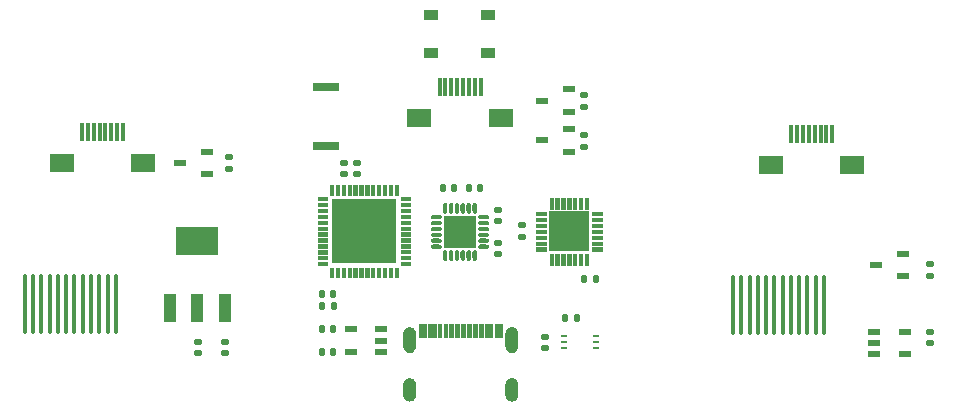
<source format=gtp>
%TF.GenerationSoftware,KiCad,Pcbnew,(6.0.11)*%
%TF.CreationDate,2023-01-29T19:30:00+08:00*%
%TF.ProjectId,UINIO-Cubic-Prism,55494e49-4f2d-4437-9562-69632d507269,Version 3.0.0*%
%TF.SameCoordinates,PX8dfe190PY501e410*%
%TF.FileFunction,Paste,Top*%
%TF.FilePolarity,Positive*%
%FSLAX46Y46*%
G04 Gerber Fmt 4.6, Leading zero omitted, Abs format (unit mm)*
G04 Created by KiCad (PCBNEW (6.0.11)) date 2023-01-29 19:30:00*
%MOMM*%
%LPD*%
G01*
G04 APERTURE LIST*
G04 Aperture macros list*
%AMRoundRect*
0 Rectangle with rounded corners*
0 $1 Rounding radius*
0 $2 $3 $4 $5 $6 $7 $8 $9 X,Y pos of 4 corners*
0 Add a 4 corners polygon primitive as box body*
4,1,4,$2,$3,$4,$5,$6,$7,$8,$9,$2,$3,0*
0 Add four circle primitives for the rounded corners*
1,1,$1+$1,$2,$3*
1,1,$1+$1,$4,$5*
1,1,$1+$1,$6,$7*
1,1,$1+$1,$8,$9*
0 Add four rect primitives between the rounded corners*
20,1,$1+$1,$2,$3,$4,$5,0*
20,1,$1+$1,$4,$5,$6,$7,0*
20,1,$1+$1,$6,$7,$8,$9,0*
20,1,$1+$1,$8,$9,$2,$3,0*%
G04 Aperture macros list end*
%ADD10C,0.120000*%
%ADD11R,1.070000X0.532000*%
%ADD12R,1.000000X0.600000*%
%ADD13RoundRect,0.087500X0.087500X-2.412500X0.087500X2.412500X-0.087500X2.412500X-0.087500X-2.412500X0*%
%ADD14RoundRect,0.135000X0.185000X-0.135000X0.185000X0.135000X-0.185000X0.135000X-0.185000X-0.135000X0*%
%ADD15R,1.200000X0.850000*%
%ADD16RoundRect,0.140000X0.140000X0.170000X-0.140000X0.170000X-0.140000X-0.170000X0.140000X-0.170000X0*%
%ADD17R,5.400000X5.400000*%
%ADD18R,0.280000X0.800000*%
%ADD19R,0.800000X0.280000*%
%ADD20O,0.280000X0.800000*%
%ADD21O,0.800000X0.280000*%
%ADD22R,2.700000X2.700000*%
%ADD23RoundRect,0.140000X-0.140000X-0.170000X0.140000X-0.170000X0.140000X0.170000X-0.140000X0.170000X0*%
%ADD24RoundRect,0.140000X-0.170000X0.140000X-0.170000X-0.140000X0.170000X-0.140000X0.170000X0.140000X0*%
%ADD25RoundRect,0.140000X0.170000X-0.140000X0.170000X0.140000X-0.170000X0.140000X-0.170000X-0.140000X0*%
%ADD26R,2.300000X0.800000*%
%ADD27RoundRect,0.135000X0.135000X0.185000X-0.135000X0.185000X-0.135000X-0.185000X0.135000X-0.185000X0*%
%ADD28R,0.550000X0.250000*%
%ADD29R,0.300000X1.500000*%
%ADD30R,2.000000X1.500000*%
%ADD31R,0.980000X2.470000*%
%ADD32R,3.600000X2.470000*%
%ADD33RoundRect,0.135000X-0.185000X0.135000X-0.185000X-0.135000X0.185000X-0.135000X0.185000X0.135000X0*%
%ADD34R,0.280000X0.905000*%
%ADD35R,0.905000X0.280000*%
%ADD36R,3.350000X3.350000*%
%ADD37R,0.600000X1.150000*%
%ADD38R,0.300000X1.150000*%
G04 APERTURE END LIST*
%TO.C,U5*%
G36*
X-5608481Y-23764261D02*
G01*
X-5888481Y-23764261D01*
X-5888481Y-22964261D01*
X-5608481Y-22964261D01*
X-5608481Y-23764261D01*
G37*
D10*
X-5608481Y-23764261D02*
X-5888481Y-23764261D01*
X-5888481Y-22964261D01*
X-5608481Y-22964261D01*
X-5608481Y-23764261D01*
G36*
X-11098481Y-18755261D02*
G01*
X-11898481Y-18755261D01*
X-11898481Y-18475261D01*
X-11098481Y-18475261D01*
X-11098481Y-18755261D01*
G37*
X-11098481Y-18755261D02*
X-11898481Y-18755261D01*
X-11898481Y-18475261D01*
X-11098481Y-18475261D01*
X-11098481Y-18755261D01*
G36*
X-8108481Y-23764261D02*
G01*
X-8388481Y-23764261D01*
X-8388481Y-22964261D01*
X-8108481Y-22964261D01*
X-8108481Y-23764261D01*
G37*
X-8108481Y-23764261D02*
X-8388481Y-23764261D01*
X-8388481Y-22964261D01*
X-8108481Y-22964261D01*
X-8108481Y-23764261D01*
G36*
X-11098481Y-19254261D02*
G01*
X-11898481Y-19254261D01*
X-11898481Y-18974261D01*
X-11098481Y-18974261D01*
X-11098481Y-19254261D01*
G37*
X-11098481Y-19254261D02*
X-11898481Y-19254261D01*
X-11898481Y-18974261D01*
X-11098481Y-18974261D01*
X-11098481Y-19254261D01*
G36*
X-4098481Y-20254261D02*
G01*
X-4898481Y-20254261D01*
X-4898481Y-19974261D01*
X-4098481Y-19974261D01*
X-4098481Y-20254261D01*
G37*
X-4098481Y-20254261D02*
X-4898481Y-20254261D01*
X-4898481Y-19974261D01*
X-4098481Y-19974261D01*
X-4098481Y-20254261D01*
G36*
X-11098481Y-19755261D02*
G01*
X-11897481Y-19755261D01*
X-11897481Y-19475261D01*
X-11098481Y-19475261D01*
X-11098481Y-19755261D01*
G37*
X-11098481Y-19755261D02*
X-11897481Y-19755261D01*
X-11897481Y-19475261D01*
X-11098481Y-19475261D01*
X-11098481Y-19755261D01*
G36*
X-11098481Y-21755261D02*
G01*
X-11898481Y-21755261D01*
X-11898481Y-21475261D01*
X-11098481Y-21475261D01*
X-11098481Y-21755261D01*
G37*
X-11098481Y-21755261D02*
X-11898481Y-21755261D01*
X-11898481Y-21475261D01*
X-11098481Y-21475261D01*
X-11098481Y-21755261D01*
G36*
X-6608481Y-23764261D02*
G01*
X-6888481Y-23764261D01*
X-6888481Y-22964261D01*
X-6608481Y-22964261D01*
X-6608481Y-23764261D01*
G37*
X-6608481Y-23764261D02*
X-6888481Y-23764261D01*
X-6888481Y-22964261D01*
X-6608481Y-22964261D01*
X-6608481Y-23764261D01*
G36*
X-4098481Y-19754261D02*
G01*
X-4898481Y-19754261D01*
X-4898481Y-19475261D01*
X-4098481Y-19475261D01*
X-4098481Y-19754261D01*
G37*
X-4098481Y-19754261D02*
X-4898481Y-19754261D01*
X-4898481Y-19475261D01*
X-4098481Y-19475261D01*
X-4098481Y-19754261D01*
G36*
X-6108481Y-16764261D02*
G01*
X-6388481Y-16764261D01*
X-6388481Y-15964261D01*
X-6108481Y-15964261D01*
X-6108481Y-16764261D01*
G37*
X-6108481Y-16764261D02*
X-6388481Y-16764261D01*
X-6388481Y-15964261D01*
X-6108481Y-15964261D01*
X-6108481Y-16764261D01*
G36*
X-11098481Y-17254261D02*
G01*
X-11898481Y-17254261D01*
X-11898481Y-16974261D01*
X-11098481Y-16974261D01*
X-11098481Y-17254261D01*
G37*
X-11098481Y-17254261D02*
X-11898481Y-17254261D01*
X-11898481Y-16974261D01*
X-11098481Y-16974261D01*
X-11098481Y-17254261D01*
G36*
X-7608481Y-16764261D02*
G01*
X-7888481Y-16764261D01*
X-7888481Y-15964261D01*
X-7608481Y-15964261D01*
X-7608481Y-16764261D01*
G37*
X-7608481Y-16764261D02*
X-7888481Y-16764261D01*
X-7888481Y-15964261D01*
X-7608481Y-15964261D01*
X-7608481Y-16764261D01*
G36*
X-11098481Y-20754261D02*
G01*
X-11897481Y-20754261D01*
X-11897481Y-20475261D01*
X-11098481Y-20475261D01*
X-11098481Y-20754261D01*
G37*
X-11098481Y-20754261D02*
X-11897481Y-20754261D01*
X-11897481Y-20475261D01*
X-11098481Y-20475261D01*
X-11098481Y-20754261D01*
G36*
X-11098481Y-22254261D02*
G01*
X-11898481Y-22254261D01*
X-11898481Y-21974261D01*
X-11098481Y-21974261D01*
X-11098481Y-22254261D01*
G37*
X-11098481Y-22254261D02*
X-11898481Y-22254261D01*
X-11898481Y-21974261D01*
X-11098481Y-21974261D01*
X-11098481Y-22254261D01*
G36*
X-4098481Y-18754261D02*
G01*
X-4898481Y-18754261D01*
X-4898481Y-18474261D01*
X-4098481Y-18474261D01*
X-4098481Y-18754261D01*
G37*
X-4098481Y-18754261D02*
X-4898481Y-18754261D01*
X-4898481Y-18474261D01*
X-4098481Y-18474261D01*
X-4098481Y-18754261D01*
G36*
X-5608481Y-16764261D02*
G01*
X-5888481Y-16764261D01*
X-5888481Y-15964261D01*
X-5608481Y-15964261D01*
X-5608481Y-16764261D01*
G37*
X-5608481Y-16764261D02*
X-5888481Y-16764261D01*
X-5888481Y-15964261D01*
X-5608481Y-15964261D01*
X-5608481Y-16764261D01*
G36*
X-6108481Y-23764261D02*
G01*
X-6388481Y-23764261D01*
X-6388481Y-22964261D01*
X-6108481Y-22964261D01*
X-6108481Y-23764261D01*
G37*
X-6108481Y-23764261D02*
X-6388481Y-23764261D01*
X-6388481Y-22964261D01*
X-6108481Y-22964261D01*
X-6108481Y-23764261D01*
G36*
X-5108481Y-23764261D02*
G01*
X-5388481Y-23764261D01*
X-5388481Y-22964261D01*
X-5108481Y-22964261D01*
X-5108481Y-23764261D01*
G37*
X-5108481Y-23764261D02*
X-5388481Y-23764261D01*
X-5388481Y-22964261D01*
X-5108481Y-22964261D01*
X-5108481Y-23764261D01*
G36*
X-10108481Y-16764261D02*
G01*
X-10388481Y-16764261D01*
X-10388481Y-15964261D01*
X-10108481Y-15964261D01*
X-10108481Y-16764261D01*
G37*
X-10108481Y-16764261D02*
X-10388481Y-16764261D01*
X-10388481Y-15964261D01*
X-10108481Y-15964261D01*
X-10108481Y-16764261D01*
G36*
X-4098481Y-21254261D02*
G01*
X-4898481Y-21254261D01*
X-4898481Y-20974261D01*
X-4098481Y-20974261D01*
X-4098481Y-21254261D01*
G37*
X-4098481Y-21254261D02*
X-4898481Y-21254261D01*
X-4898481Y-20974261D01*
X-4098481Y-20974261D01*
X-4098481Y-21254261D01*
G36*
X-7108481Y-23764261D02*
G01*
X-7388481Y-23764261D01*
X-7388481Y-22964261D01*
X-7108481Y-22964261D01*
X-7108481Y-23764261D01*
G37*
X-7108481Y-23764261D02*
X-7388481Y-23764261D01*
X-7388481Y-22964261D01*
X-7108481Y-22964261D01*
X-7108481Y-23764261D01*
G36*
X-4098481Y-22254261D02*
G01*
X-4898481Y-22254261D01*
X-4898481Y-21974261D01*
X-4098481Y-21974261D01*
X-4098481Y-22254261D01*
G37*
X-4098481Y-22254261D02*
X-4898481Y-22254261D01*
X-4898481Y-21974261D01*
X-4098481Y-21974261D01*
X-4098481Y-22254261D01*
G36*
X-10608481Y-16764261D02*
G01*
X-10888481Y-16764261D01*
X-10888481Y-15964261D01*
X-10608481Y-15964261D01*
X-10608481Y-16764261D01*
G37*
X-10608481Y-16764261D02*
X-10888481Y-16764261D01*
X-10888481Y-15964261D01*
X-10608481Y-15964261D01*
X-10608481Y-16764261D01*
G36*
X-8108481Y-16764261D02*
G01*
X-8388481Y-16764261D01*
X-8388481Y-15964261D01*
X-8108481Y-15964261D01*
X-8108481Y-16764261D01*
G37*
X-8108481Y-16764261D02*
X-8388481Y-16764261D01*
X-8388481Y-15964261D01*
X-8108481Y-15964261D01*
X-8108481Y-16764261D01*
G36*
X-9108481Y-23764261D02*
G01*
X-9388481Y-23764261D01*
X-9388481Y-22964261D01*
X-9108481Y-22964261D01*
X-9108481Y-23764261D01*
G37*
X-9108481Y-23764261D02*
X-9388481Y-23764261D01*
X-9388481Y-22964261D01*
X-9108481Y-22964261D01*
X-9108481Y-23764261D01*
G36*
X-10108481Y-23764261D02*
G01*
X-10388481Y-23764261D01*
X-10388481Y-22964261D01*
X-10108481Y-22964261D01*
X-10108481Y-23764261D01*
G37*
X-10108481Y-23764261D02*
X-10388481Y-23764261D01*
X-10388481Y-22964261D01*
X-10108481Y-22964261D01*
X-10108481Y-23764261D01*
G36*
X-5108481Y-16764261D02*
G01*
X-5388481Y-16764261D01*
X-5388481Y-15964261D01*
X-5108481Y-15964261D01*
X-5108481Y-16764261D01*
G37*
X-5108481Y-16764261D02*
X-5388481Y-16764261D01*
X-5388481Y-15964261D01*
X-5108481Y-15964261D01*
X-5108481Y-16764261D01*
G36*
X-4098481Y-17254261D02*
G01*
X-4898481Y-17254261D01*
X-4898481Y-16974261D01*
X-4098481Y-16974261D01*
X-4098481Y-17254261D01*
G37*
X-4098481Y-17254261D02*
X-4898481Y-17254261D01*
X-4898481Y-16974261D01*
X-4098481Y-16974261D01*
X-4098481Y-17254261D01*
G36*
X-11098481Y-22755261D02*
G01*
X-11898481Y-22755261D01*
X-11898481Y-22475261D01*
X-11098481Y-22475261D01*
X-11098481Y-22755261D01*
G37*
X-11098481Y-22755261D02*
X-11898481Y-22755261D01*
X-11898481Y-22475261D01*
X-11098481Y-22475261D01*
X-11098481Y-22755261D01*
G36*
X-9608481Y-23764261D02*
G01*
X-9888481Y-23764261D01*
X-9888481Y-22964261D01*
X-9608481Y-22964261D01*
X-9608481Y-23764261D01*
G37*
X-9608481Y-23764261D02*
X-9888481Y-23764261D01*
X-9888481Y-22964261D01*
X-9608481Y-22964261D01*
X-9608481Y-23764261D01*
G36*
X-4098481Y-22754261D02*
G01*
X-4898481Y-22754261D01*
X-4898481Y-22474261D01*
X-4098481Y-22474261D01*
X-4098481Y-22754261D01*
G37*
X-4098481Y-22754261D02*
X-4898481Y-22754261D01*
X-4898481Y-22474261D01*
X-4098481Y-22474261D01*
X-4098481Y-22754261D01*
G36*
X-6608481Y-16764261D02*
G01*
X-6888481Y-16764261D01*
X-6888481Y-15964261D01*
X-6608481Y-15964261D01*
X-6608481Y-16764261D01*
G37*
X-6608481Y-16764261D02*
X-6888481Y-16764261D01*
X-6888481Y-15964261D01*
X-6608481Y-15964261D01*
X-6608481Y-16764261D01*
G36*
X-5838481Y-22024261D02*
G01*
X-10158481Y-22024261D01*
X-10158481Y-17704261D01*
X-5838481Y-17704261D01*
X-5838481Y-22024261D01*
G37*
X-5838481Y-22024261D02*
X-10158481Y-22024261D01*
X-10158481Y-17704261D01*
X-5838481Y-17704261D01*
X-5838481Y-22024261D01*
G36*
X-4098481Y-18254261D02*
G01*
X-4898481Y-18254261D01*
X-4898481Y-17974261D01*
X-4098481Y-17974261D01*
X-4098481Y-18254261D01*
G37*
X-4098481Y-18254261D02*
X-4898481Y-18254261D01*
X-4898481Y-17974261D01*
X-4098481Y-17974261D01*
X-4098481Y-18254261D01*
G36*
X-8608481Y-23764261D02*
G01*
X-8888481Y-23764261D01*
X-8888481Y-22964261D01*
X-8608481Y-22964261D01*
X-8608481Y-23764261D01*
G37*
X-8608481Y-23764261D02*
X-8888481Y-23764261D01*
X-8888481Y-22964261D01*
X-8608481Y-22964261D01*
X-8608481Y-23764261D01*
G36*
X-4098481Y-21754261D02*
G01*
X-4898481Y-21754261D01*
X-4898481Y-21474261D01*
X-4098481Y-21474261D01*
X-4098481Y-21754261D01*
G37*
X-4098481Y-21754261D02*
X-4898481Y-21754261D01*
X-4898481Y-21474261D01*
X-4098481Y-21474261D01*
X-4098481Y-21754261D01*
G36*
X-4098481Y-20754261D02*
G01*
X-4898481Y-20754261D01*
X-4898481Y-20474261D01*
X-4098481Y-20474261D01*
X-4098481Y-20754261D01*
G37*
X-4098481Y-20754261D02*
X-4898481Y-20754261D01*
X-4898481Y-20474261D01*
X-4098481Y-20474261D01*
X-4098481Y-20754261D01*
G36*
X-11098481Y-21254261D02*
G01*
X-11898481Y-21254261D01*
X-11898481Y-20974261D01*
X-11098481Y-20974261D01*
X-11098481Y-21254261D01*
G37*
X-11098481Y-21254261D02*
X-11898481Y-21254261D01*
X-11898481Y-20974261D01*
X-11098481Y-20974261D01*
X-11098481Y-21254261D01*
G36*
X-7608481Y-23764261D02*
G01*
X-7888481Y-23764261D01*
X-7888481Y-22964261D01*
X-7608481Y-22964261D01*
X-7608481Y-23764261D01*
G37*
X-7608481Y-23764261D02*
X-7888481Y-23764261D01*
X-7888481Y-22964261D01*
X-7608481Y-22964261D01*
X-7608481Y-23764261D01*
G36*
X-4098481Y-19254261D02*
G01*
X-4898481Y-19254261D01*
X-4898481Y-18974261D01*
X-4098481Y-18974261D01*
X-4098481Y-19254261D01*
G37*
X-4098481Y-19254261D02*
X-4898481Y-19254261D01*
X-4898481Y-18974261D01*
X-4098481Y-18974261D01*
X-4098481Y-19254261D01*
G36*
X-4098481Y-17754261D02*
G01*
X-4898481Y-17754261D01*
X-4898481Y-17474261D01*
X-4098481Y-17474261D01*
X-4098481Y-17754261D01*
G37*
X-4098481Y-17754261D02*
X-4898481Y-17754261D01*
X-4898481Y-17474261D01*
X-4098481Y-17474261D01*
X-4098481Y-17754261D01*
G36*
X-11098481Y-20254261D02*
G01*
X-11898481Y-20254261D01*
X-11898481Y-19974261D01*
X-11098481Y-19974261D01*
X-11098481Y-20254261D01*
G37*
X-11098481Y-20254261D02*
X-11898481Y-20254261D01*
X-11898481Y-19974261D01*
X-11098481Y-19974261D01*
X-11098481Y-20254261D01*
G36*
X-9608481Y-16764261D02*
G01*
X-9888481Y-16764261D01*
X-9888481Y-15964261D01*
X-9608481Y-15964261D01*
X-9608481Y-16764261D01*
G37*
X-9608481Y-16764261D02*
X-9888481Y-16764261D01*
X-9888481Y-15964261D01*
X-9608481Y-15964261D01*
X-9608481Y-16764261D01*
G36*
X-8608481Y-16764261D02*
G01*
X-8888481Y-16764261D01*
X-8888481Y-15964261D01*
X-8608481Y-15964261D01*
X-8608481Y-16764261D01*
G37*
X-8608481Y-16764261D02*
X-8888481Y-16764261D01*
X-8888481Y-15964261D01*
X-8608481Y-15964261D01*
X-8608481Y-16764261D01*
G36*
X-11098481Y-18255261D02*
G01*
X-11898481Y-18255261D01*
X-11898481Y-17974261D01*
X-11098481Y-17974261D01*
X-11098481Y-18255261D01*
G37*
X-11098481Y-18255261D02*
X-11898481Y-18255261D01*
X-11898481Y-17974261D01*
X-11098481Y-17974261D01*
X-11098481Y-18255261D01*
G36*
X-7108481Y-16764261D02*
G01*
X-7388481Y-16764261D01*
X-7388481Y-15964261D01*
X-7108481Y-15964261D01*
X-7108481Y-16764261D01*
G37*
X-7108481Y-16764261D02*
X-7388481Y-16764261D01*
X-7388481Y-15964261D01*
X-7108481Y-15964261D01*
X-7108481Y-16764261D01*
G36*
X-11098481Y-17755261D02*
G01*
X-11898481Y-17755261D01*
X-11898481Y-17475261D01*
X-11098481Y-17475261D01*
X-11098481Y-17755261D01*
G37*
X-11098481Y-17755261D02*
X-11898481Y-17755261D01*
X-11898481Y-17475261D01*
X-11098481Y-17475261D01*
X-11098481Y-17755261D01*
G36*
X-9108481Y-16764261D02*
G01*
X-9388481Y-16764261D01*
X-9388481Y-15964261D01*
X-9108481Y-15964261D01*
X-9108481Y-16764261D01*
G37*
X-9108481Y-16764261D02*
X-9388481Y-16764261D01*
X-9388481Y-15964261D01*
X-9108481Y-15964261D01*
X-9108481Y-16764261D01*
G36*
X-10608481Y-23764261D02*
G01*
X-10888481Y-23764261D01*
X-10888481Y-22964261D01*
X-10608481Y-22964261D01*
X-10608481Y-23764261D01*
G37*
X-10608481Y-23764261D02*
X-10888481Y-23764261D01*
X-10888481Y-22964261D01*
X-10608481Y-22964261D01*
X-10608481Y-23764261D01*
%TO.C,U8*%
G36*
X868519Y-21500261D02*
G01*
X895519Y-21508261D01*
X919519Y-21521261D01*
X940519Y-21538261D01*
X957519Y-21559261D01*
X970519Y-21583261D01*
X978519Y-21610261D01*
X981519Y-21637261D01*
X981519Y-22157261D01*
X978519Y-22184261D01*
X970519Y-22211261D01*
X957519Y-22235261D01*
X940519Y-22256261D01*
X919519Y-22273261D01*
X895519Y-22286261D01*
X868519Y-22294261D01*
X841519Y-22297261D01*
X814519Y-22294261D01*
X787519Y-22286261D01*
X763519Y-22273261D01*
X742519Y-22256261D01*
X725519Y-22235261D01*
X712519Y-22211261D01*
X704519Y-22184261D01*
X701519Y-22157261D01*
X701519Y-21637261D01*
X704519Y-21610261D01*
X712519Y-21583261D01*
X725519Y-21559261D01*
X742519Y-21538261D01*
X763519Y-21521261D01*
X787519Y-21508261D01*
X814519Y-21500261D01*
X841519Y-21497261D01*
X868519Y-21500261D01*
G37*
X868519Y-21500261D02*
X895519Y-21508261D01*
X919519Y-21521261D01*
X940519Y-21538261D01*
X957519Y-21559261D01*
X970519Y-21583261D01*
X978519Y-21610261D01*
X981519Y-21637261D01*
X981519Y-22157261D01*
X978519Y-22184261D01*
X970519Y-22211261D01*
X957519Y-22235261D01*
X940519Y-22256261D01*
X919519Y-22273261D01*
X895519Y-22286261D01*
X868519Y-22294261D01*
X841519Y-22297261D01*
X814519Y-22294261D01*
X787519Y-22286261D01*
X763519Y-22273261D01*
X742519Y-22256261D01*
X725519Y-22235261D01*
X712519Y-22211261D01*
X704519Y-22184261D01*
X701519Y-22157261D01*
X701519Y-21637261D01*
X704519Y-21610261D01*
X712519Y-21583261D01*
X725519Y-21559261D01*
X742519Y-21538261D01*
X763519Y-21521261D01*
X787519Y-21508261D01*
X814519Y-21500261D01*
X841519Y-21497261D01*
X868519Y-21500261D01*
G36*
X-1621481Y-21010261D02*
G01*
X-1594481Y-21018261D01*
X-1570481Y-21031261D01*
X-1549481Y-21048261D01*
X-1532481Y-21069261D01*
X-1519481Y-21093261D01*
X-1511481Y-21120261D01*
X-1508481Y-21147261D01*
X-1511481Y-21174261D01*
X-1519481Y-21201261D01*
X-1532481Y-21225261D01*
X-1549481Y-21246261D01*
X-1570481Y-21263261D01*
X-1594481Y-21276261D01*
X-1621481Y-21284261D01*
X-1648481Y-21287261D01*
X-2168481Y-21287261D01*
X-2195481Y-21284261D01*
X-2222481Y-21276261D01*
X-2246481Y-21263261D01*
X-2267481Y-21246261D01*
X-2284481Y-21225261D01*
X-2297481Y-21201261D01*
X-2305481Y-21174261D01*
X-2308481Y-21147261D01*
X-2305481Y-21120261D01*
X-2297481Y-21093261D01*
X-2284481Y-21069261D01*
X-2267481Y-21048261D01*
X-2246481Y-21031261D01*
X-2222481Y-21018261D01*
X-2195481Y-21010261D01*
X-2168481Y-21007261D01*
X-1648481Y-21007261D01*
X-1621481Y-21010261D01*
G37*
X-1621481Y-21010261D02*
X-1594481Y-21018261D01*
X-1570481Y-21031261D01*
X-1549481Y-21048261D01*
X-1532481Y-21069261D01*
X-1519481Y-21093261D01*
X-1511481Y-21120261D01*
X-1508481Y-21147261D01*
X-1511481Y-21174261D01*
X-1519481Y-21201261D01*
X-1532481Y-21225261D01*
X-1549481Y-21246261D01*
X-1570481Y-21263261D01*
X-1594481Y-21276261D01*
X-1621481Y-21284261D01*
X-1648481Y-21287261D01*
X-2168481Y-21287261D01*
X-2195481Y-21284261D01*
X-2222481Y-21276261D01*
X-2246481Y-21263261D01*
X-2267481Y-21246261D01*
X-2284481Y-21225261D01*
X-2297481Y-21201261D01*
X-2305481Y-21174261D01*
X-2308481Y-21147261D01*
X-2305481Y-21120261D01*
X-2297481Y-21093261D01*
X-2284481Y-21069261D01*
X-2267481Y-21048261D01*
X-2246481Y-21031261D01*
X-2222481Y-21018261D01*
X-2195481Y-21010261D01*
X-2168481Y-21007261D01*
X-1648481Y-21007261D01*
X-1621481Y-21010261D01*
G36*
X-1621481Y-19010261D02*
G01*
X-1594481Y-19018261D01*
X-1570481Y-19031261D01*
X-1549481Y-19048261D01*
X-1532481Y-19069261D01*
X-1519481Y-19093261D01*
X-1511481Y-19120261D01*
X-1508481Y-19147261D01*
X-1511481Y-19174261D01*
X-1519481Y-19201261D01*
X-1532481Y-19225261D01*
X-1549481Y-19246261D01*
X-1570481Y-19263261D01*
X-1594481Y-19276261D01*
X-1621481Y-19284261D01*
X-1648481Y-19287261D01*
X-2168481Y-19287261D01*
X-2195481Y-19284261D01*
X-2222481Y-19276261D01*
X-2246481Y-19263261D01*
X-2267481Y-19246261D01*
X-2284481Y-19225261D01*
X-2297481Y-19201261D01*
X-2305481Y-19174261D01*
X-2308481Y-19147261D01*
X-2305481Y-19120261D01*
X-2297481Y-19093261D01*
X-2284481Y-19069261D01*
X-2267481Y-19048261D01*
X-2246481Y-19031261D01*
X-2222481Y-19018261D01*
X-2195481Y-19010261D01*
X-2168481Y-19007261D01*
X-1648481Y-19007261D01*
X-1621481Y-19010261D01*
G37*
X-1621481Y-19010261D02*
X-1594481Y-19018261D01*
X-1570481Y-19031261D01*
X-1549481Y-19048261D01*
X-1532481Y-19069261D01*
X-1519481Y-19093261D01*
X-1511481Y-19120261D01*
X-1508481Y-19147261D01*
X-1511481Y-19174261D01*
X-1519481Y-19201261D01*
X-1532481Y-19225261D01*
X-1549481Y-19246261D01*
X-1570481Y-19263261D01*
X-1594481Y-19276261D01*
X-1621481Y-19284261D01*
X-1648481Y-19287261D01*
X-2168481Y-19287261D01*
X-2195481Y-19284261D01*
X-2222481Y-19276261D01*
X-2246481Y-19263261D01*
X-2267481Y-19246261D01*
X-2284481Y-19225261D01*
X-2297481Y-19201261D01*
X-2305481Y-19174261D01*
X-2308481Y-19147261D01*
X-2305481Y-19120261D01*
X-2297481Y-19093261D01*
X-2284481Y-19069261D01*
X-2267481Y-19048261D01*
X-2246481Y-19031261D01*
X-2222481Y-19018261D01*
X-2195481Y-19010261D01*
X-2168481Y-19007261D01*
X-1648481Y-19007261D01*
X-1621481Y-19010261D01*
G36*
X-631481Y-17500261D02*
G01*
X-604481Y-17508261D01*
X-580481Y-17521261D01*
X-559481Y-17538261D01*
X-542481Y-17559261D01*
X-529481Y-17583261D01*
X-521481Y-17610261D01*
X-518481Y-17637261D01*
X-518481Y-18157261D01*
X-521481Y-18184261D01*
X-529481Y-18211261D01*
X-542481Y-18235261D01*
X-559481Y-18256261D01*
X-580481Y-18273261D01*
X-604481Y-18286261D01*
X-631481Y-18294261D01*
X-658481Y-18297261D01*
X-685481Y-18294261D01*
X-712481Y-18286261D01*
X-736481Y-18273261D01*
X-757481Y-18256261D01*
X-774481Y-18235261D01*
X-787481Y-18211261D01*
X-795481Y-18184261D01*
X-798481Y-18157261D01*
X-798481Y-17637261D01*
X-795481Y-17610261D01*
X-787481Y-17583261D01*
X-774481Y-17559261D01*
X-757481Y-17538261D01*
X-736481Y-17521261D01*
X-712481Y-17508261D01*
X-685481Y-17500261D01*
X-658481Y-17497261D01*
X-631481Y-17500261D01*
G37*
X-631481Y-17500261D02*
X-604481Y-17508261D01*
X-580481Y-17521261D01*
X-559481Y-17538261D01*
X-542481Y-17559261D01*
X-529481Y-17583261D01*
X-521481Y-17610261D01*
X-518481Y-17637261D01*
X-518481Y-18157261D01*
X-521481Y-18184261D01*
X-529481Y-18211261D01*
X-542481Y-18235261D01*
X-559481Y-18256261D01*
X-580481Y-18273261D01*
X-604481Y-18286261D01*
X-631481Y-18294261D01*
X-658481Y-18297261D01*
X-685481Y-18294261D01*
X-712481Y-18286261D01*
X-736481Y-18273261D01*
X-757481Y-18256261D01*
X-774481Y-18235261D01*
X-787481Y-18211261D01*
X-795481Y-18184261D01*
X-798481Y-18157261D01*
X-798481Y-17637261D01*
X-795481Y-17610261D01*
X-787481Y-17583261D01*
X-774481Y-17559261D01*
X-757481Y-17538261D01*
X-736481Y-17521261D01*
X-712481Y-17508261D01*
X-685481Y-17500261D01*
X-658481Y-17497261D01*
X-631481Y-17500261D01*
G36*
X368519Y-17500261D02*
G01*
X395519Y-17508261D01*
X419519Y-17521261D01*
X440519Y-17538261D01*
X457519Y-17559261D01*
X470519Y-17583261D01*
X478519Y-17610261D01*
X481519Y-17637261D01*
X481519Y-18157261D01*
X478519Y-18184261D01*
X470519Y-18211261D01*
X457519Y-18235261D01*
X440519Y-18256261D01*
X419519Y-18273261D01*
X395519Y-18286261D01*
X368519Y-18294261D01*
X341519Y-18297261D01*
X314519Y-18294261D01*
X287519Y-18286261D01*
X263519Y-18273261D01*
X242519Y-18256261D01*
X225519Y-18235261D01*
X212519Y-18211261D01*
X204519Y-18184261D01*
X201519Y-18157261D01*
X201519Y-17637261D01*
X204519Y-17610261D01*
X212519Y-17583261D01*
X225519Y-17559261D01*
X242519Y-17538261D01*
X263519Y-17521261D01*
X287519Y-17508261D01*
X314519Y-17500261D01*
X341519Y-17497261D01*
X368519Y-17500261D01*
G37*
X368519Y-17500261D02*
X395519Y-17508261D01*
X419519Y-17521261D01*
X440519Y-17538261D01*
X457519Y-17559261D01*
X470519Y-17583261D01*
X478519Y-17610261D01*
X481519Y-17637261D01*
X481519Y-18157261D01*
X478519Y-18184261D01*
X470519Y-18211261D01*
X457519Y-18235261D01*
X440519Y-18256261D01*
X419519Y-18273261D01*
X395519Y-18286261D01*
X368519Y-18294261D01*
X341519Y-18297261D01*
X314519Y-18294261D01*
X287519Y-18286261D01*
X263519Y-18273261D01*
X242519Y-18256261D01*
X225519Y-18235261D01*
X212519Y-18211261D01*
X204519Y-18184261D01*
X201519Y-18157261D01*
X201519Y-17637261D01*
X204519Y-17610261D01*
X212519Y-17583261D01*
X225519Y-17559261D01*
X242519Y-17538261D01*
X263519Y-17521261D01*
X287519Y-17508261D01*
X314519Y-17500261D01*
X341519Y-17497261D01*
X368519Y-17500261D01*
G36*
X2378519Y-21010261D02*
G01*
X2405519Y-21018261D01*
X2429519Y-21031261D01*
X2450519Y-21048261D01*
X2467519Y-21069261D01*
X2480519Y-21093261D01*
X2488519Y-21120261D01*
X2491519Y-21147261D01*
X2488519Y-21174261D01*
X2480519Y-21201261D01*
X2467519Y-21225261D01*
X2450519Y-21246261D01*
X2429519Y-21263261D01*
X2405519Y-21276261D01*
X2378519Y-21284261D01*
X2351519Y-21287261D01*
X1831519Y-21287261D01*
X1804519Y-21284261D01*
X1777519Y-21276261D01*
X1753519Y-21263261D01*
X1732519Y-21246261D01*
X1715519Y-21225261D01*
X1702519Y-21201261D01*
X1694519Y-21174261D01*
X1691519Y-21147261D01*
X1694519Y-21120261D01*
X1702519Y-21093261D01*
X1715519Y-21069261D01*
X1732519Y-21048261D01*
X1753519Y-21031261D01*
X1777519Y-21018261D01*
X1804519Y-21010261D01*
X1831519Y-21007261D01*
X2351519Y-21007261D01*
X2378519Y-21010261D01*
G37*
X2378519Y-21010261D02*
X2405519Y-21018261D01*
X2429519Y-21031261D01*
X2450519Y-21048261D01*
X2467519Y-21069261D01*
X2480519Y-21093261D01*
X2488519Y-21120261D01*
X2491519Y-21147261D01*
X2488519Y-21174261D01*
X2480519Y-21201261D01*
X2467519Y-21225261D01*
X2450519Y-21246261D01*
X2429519Y-21263261D01*
X2405519Y-21276261D01*
X2378519Y-21284261D01*
X2351519Y-21287261D01*
X1831519Y-21287261D01*
X1804519Y-21284261D01*
X1777519Y-21276261D01*
X1753519Y-21263261D01*
X1732519Y-21246261D01*
X1715519Y-21225261D01*
X1702519Y-21201261D01*
X1694519Y-21174261D01*
X1691519Y-21147261D01*
X1694519Y-21120261D01*
X1702519Y-21093261D01*
X1715519Y-21069261D01*
X1732519Y-21048261D01*
X1753519Y-21031261D01*
X1777519Y-21018261D01*
X1804519Y-21010261D01*
X1831519Y-21007261D01*
X2351519Y-21007261D01*
X2378519Y-21010261D01*
G36*
X-631481Y-21500261D02*
G01*
X-604481Y-21508261D01*
X-580481Y-21521261D01*
X-559481Y-21538261D01*
X-542481Y-21559261D01*
X-529481Y-21583261D01*
X-521481Y-21610261D01*
X-518481Y-21637261D01*
X-518481Y-22157261D01*
X-521481Y-22184261D01*
X-529481Y-22211261D01*
X-542481Y-22235261D01*
X-559481Y-22256261D01*
X-580481Y-22273261D01*
X-604481Y-22286261D01*
X-631481Y-22294261D01*
X-658481Y-22297261D01*
X-685481Y-22294261D01*
X-712481Y-22286261D01*
X-736481Y-22273261D01*
X-757481Y-22256261D01*
X-774481Y-22235261D01*
X-787481Y-22211261D01*
X-795481Y-22184261D01*
X-798481Y-22157261D01*
X-798481Y-21637261D01*
X-795481Y-21610261D01*
X-787481Y-21583261D01*
X-774481Y-21559261D01*
X-757481Y-21538261D01*
X-736481Y-21521261D01*
X-712481Y-21508261D01*
X-685481Y-21500261D01*
X-658481Y-21497261D01*
X-631481Y-21500261D01*
G37*
X-631481Y-21500261D02*
X-604481Y-21508261D01*
X-580481Y-21521261D01*
X-559481Y-21538261D01*
X-542481Y-21559261D01*
X-529481Y-21583261D01*
X-521481Y-21610261D01*
X-518481Y-21637261D01*
X-518481Y-22157261D01*
X-521481Y-22184261D01*
X-529481Y-22211261D01*
X-542481Y-22235261D01*
X-559481Y-22256261D01*
X-580481Y-22273261D01*
X-604481Y-22286261D01*
X-631481Y-22294261D01*
X-658481Y-22297261D01*
X-685481Y-22294261D01*
X-712481Y-22286261D01*
X-736481Y-22273261D01*
X-757481Y-22256261D01*
X-774481Y-22235261D01*
X-787481Y-22211261D01*
X-795481Y-22184261D01*
X-798481Y-22157261D01*
X-798481Y-21637261D01*
X-795481Y-21610261D01*
X-787481Y-21583261D01*
X-774481Y-21559261D01*
X-757481Y-21538261D01*
X-736481Y-21521261D01*
X-712481Y-21508261D01*
X-685481Y-21500261D01*
X-658481Y-21497261D01*
X-631481Y-21500261D01*
G36*
X2378519Y-19010261D02*
G01*
X2405519Y-19018261D01*
X2429519Y-19031261D01*
X2450519Y-19048261D01*
X2467519Y-19069261D01*
X2480519Y-19093261D01*
X2488519Y-19120261D01*
X2491519Y-19147261D01*
X2488519Y-19174261D01*
X2480519Y-19201261D01*
X2467519Y-19225261D01*
X2450519Y-19246261D01*
X2429519Y-19263261D01*
X2405519Y-19276261D01*
X2378519Y-19284261D01*
X2351519Y-19287261D01*
X1831519Y-19287261D01*
X1804519Y-19284261D01*
X1777519Y-19276261D01*
X1753519Y-19263261D01*
X1732519Y-19246261D01*
X1715519Y-19225261D01*
X1702519Y-19201261D01*
X1694519Y-19174261D01*
X1691519Y-19147261D01*
X1694519Y-19120261D01*
X1702519Y-19093261D01*
X1715519Y-19069261D01*
X1732519Y-19048261D01*
X1753519Y-19031261D01*
X1777519Y-19018261D01*
X1804519Y-19010261D01*
X1831519Y-19007261D01*
X2351519Y-19007261D01*
X2378519Y-19010261D01*
G37*
X2378519Y-19010261D02*
X2405519Y-19018261D01*
X2429519Y-19031261D01*
X2450519Y-19048261D01*
X2467519Y-19069261D01*
X2480519Y-19093261D01*
X2488519Y-19120261D01*
X2491519Y-19147261D01*
X2488519Y-19174261D01*
X2480519Y-19201261D01*
X2467519Y-19225261D01*
X2450519Y-19246261D01*
X2429519Y-19263261D01*
X2405519Y-19276261D01*
X2378519Y-19284261D01*
X2351519Y-19287261D01*
X1831519Y-19287261D01*
X1804519Y-19284261D01*
X1777519Y-19276261D01*
X1753519Y-19263261D01*
X1732519Y-19246261D01*
X1715519Y-19225261D01*
X1702519Y-19201261D01*
X1694519Y-19174261D01*
X1691519Y-19147261D01*
X1694519Y-19120261D01*
X1702519Y-19093261D01*
X1715519Y-19069261D01*
X1732519Y-19048261D01*
X1753519Y-19031261D01*
X1777519Y-19018261D01*
X1804519Y-19010261D01*
X1831519Y-19007261D01*
X2351519Y-19007261D01*
X2378519Y-19010261D01*
G36*
X368519Y-21500261D02*
G01*
X395519Y-21508261D01*
X419519Y-21521261D01*
X440519Y-21538261D01*
X457519Y-21559261D01*
X470519Y-21583261D01*
X478519Y-21610261D01*
X481519Y-21637261D01*
X481519Y-22157261D01*
X478519Y-22184261D01*
X470519Y-22211261D01*
X457519Y-22235261D01*
X440519Y-22256261D01*
X419519Y-22273261D01*
X395519Y-22286261D01*
X368519Y-22294261D01*
X341519Y-22297261D01*
X314519Y-22294261D01*
X287519Y-22286261D01*
X263519Y-22273261D01*
X242519Y-22256261D01*
X225519Y-22235261D01*
X212519Y-22211261D01*
X204519Y-22184261D01*
X201519Y-22157261D01*
X201519Y-21637261D01*
X204519Y-21610261D01*
X212519Y-21583261D01*
X225519Y-21559261D01*
X242519Y-21538261D01*
X263519Y-21521261D01*
X287519Y-21508261D01*
X314519Y-21500261D01*
X341519Y-21497261D01*
X368519Y-21500261D01*
G37*
X368519Y-21500261D02*
X395519Y-21508261D01*
X419519Y-21521261D01*
X440519Y-21538261D01*
X457519Y-21559261D01*
X470519Y-21583261D01*
X478519Y-21610261D01*
X481519Y-21637261D01*
X481519Y-22157261D01*
X478519Y-22184261D01*
X470519Y-22211261D01*
X457519Y-22235261D01*
X440519Y-22256261D01*
X419519Y-22273261D01*
X395519Y-22286261D01*
X368519Y-22294261D01*
X341519Y-22297261D01*
X314519Y-22294261D01*
X287519Y-22286261D01*
X263519Y-22273261D01*
X242519Y-22256261D01*
X225519Y-22235261D01*
X212519Y-22211261D01*
X204519Y-22184261D01*
X201519Y-22157261D01*
X201519Y-21637261D01*
X204519Y-21610261D01*
X212519Y-21583261D01*
X225519Y-21559261D01*
X242519Y-21538261D01*
X263519Y-21521261D01*
X287519Y-21508261D01*
X314519Y-21500261D01*
X341519Y-21497261D01*
X368519Y-21500261D01*
G36*
X2378519Y-20510261D02*
G01*
X2405519Y-20518261D01*
X2429519Y-20531261D01*
X2450519Y-20548261D01*
X2467519Y-20569261D01*
X2480519Y-20593261D01*
X2488519Y-20620261D01*
X2491519Y-20647261D01*
X2488519Y-20674261D01*
X2480519Y-20701261D01*
X2467519Y-20725261D01*
X2450519Y-20746261D01*
X2429519Y-20763261D01*
X2405519Y-20776261D01*
X2378519Y-20784261D01*
X2351519Y-20787261D01*
X1831519Y-20787261D01*
X1804519Y-20784261D01*
X1777519Y-20776261D01*
X1753519Y-20763261D01*
X1732519Y-20746261D01*
X1715519Y-20725261D01*
X1702519Y-20701261D01*
X1694519Y-20674261D01*
X1691519Y-20647261D01*
X1694519Y-20620261D01*
X1702519Y-20593261D01*
X1715519Y-20569261D01*
X1732519Y-20548261D01*
X1753519Y-20531261D01*
X1777519Y-20518261D01*
X1804519Y-20510261D01*
X1831519Y-20507261D01*
X2351519Y-20507261D01*
X2378519Y-20510261D01*
G37*
X2378519Y-20510261D02*
X2405519Y-20518261D01*
X2429519Y-20531261D01*
X2450519Y-20548261D01*
X2467519Y-20569261D01*
X2480519Y-20593261D01*
X2488519Y-20620261D01*
X2491519Y-20647261D01*
X2488519Y-20674261D01*
X2480519Y-20701261D01*
X2467519Y-20725261D01*
X2450519Y-20746261D01*
X2429519Y-20763261D01*
X2405519Y-20776261D01*
X2378519Y-20784261D01*
X2351519Y-20787261D01*
X1831519Y-20787261D01*
X1804519Y-20784261D01*
X1777519Y-20776261D01*
X1753519Y-20763261D01*
X1732519Y-20746261D01*
X1715519Y-20725261D01*
X1702519Y-20701261D01*
X1694519Y-20674261D01*
X1691519Y-20647261D01*
X1694519Y-20620261D01*
X1702519Y-20593261D01*
X1715519Y-20569261D01*
X1732519Y-20548261D01*
X1753519Y-20531261D01*
X1777519Y-20518261D01*
X1804519Y-20510261D01*
X1831519Y-20507261D01*
X2351519Y-20507261D01*
X2378519Y-20510261D01*
G36*
X-1621481Y-18510261D02*
G01*
X-1594481Y-18518261D01*
X-1570481Y-18531261D01*
X-1549481Y-18548261D01*
X-1532481Y-18569261D01*
X-1519481Y-18593261D01*
X-1511481Y-18620261D01*
X-1508481Y-18647261D01*
X-1511481Y-18674261D01*
X-1519481Y-18701261D01*
X-1532481Y-18725261D01*
X-1549481Y-18746261D01*
X-1570481Y-18763261D01*
X-1594481Y-18776261D01*
X-1621481Y-18784261D01*
X-1648481Y-18787261D01*
X-2168481Y-18787261D01*
X-2195481Y-18784261D01*
X-2222481Y-18776261D01*
X-2246481Y-18763261D01*
X-2267481Y-18746261D01*
X-2284481Y-18725261D01*
X-2297481Y-18701261D01*
X-2305481Y-18674261D01*
X-2308481Y-18647261D01*
X-2305481Y-18620261D01*
X-2297481Y-18593261D01*
X-2284481Y-18569261D01*
X-2267481Y-18548261D01*
X-2246481Y-18531261D01*
X-2222481Y-18518261D01*
X-2195481Y-18510261D01*
X-2168481Y-18507261D01*
X-1648481Y-18507261D01*
X-1621481Y-18510261D01*
G37*
X-1621481Y-18510261D02*
X-1594481Y-18518261D01*
X-1570481Y-18531261D01*
X-1549481Y-18548261D01*
X-1532481Y-18569261D01*
X-1519481Y-18593261D01*
X-1511481Y-18620261D01*
X-1508481Y-18647261D01*
X-1511481Y-18674261D01*
X-1519481Y-18701261D01*
X-1532481Y-18725261D01*
X-1549481Y-18746261D01*
X-1570481Y-18763261D01*
X-1594481Y-18776261D01*
X-1621481Y-18784261D01*
X-1648481Y-18787261D01*
X-2168481Y-18787261D01*
X-2195481Y-18784261D01*
X-2222481Y-18776261D01*
X-2246481Y-18763261D01*
X-2267481Y-18746261D01*
X-2284481Y-18725261D01*
X-2297481Y-18701261D01*
X-2305481Y-18674261D01*
X-2308481Y-18647261D01*
X-2305481Y-18620261D01*
X-2297481Y-18593261D01*
X-2284481Y-18569261D01*
X-2267481Y-18548261D01*
X-2246481Y-18531261D01*
X-2222481Y-18518261D01*
X-2195481Y-18510261D01*
X-2168481Y-18507261D01*
X-1648481Y-18507261D01*
X-1621481Y-18510261D01*
G36*
X-131481Y-21500261D02*
G01*
X-104481Y-21508261D01*
X-80481Y-21521261D01*
X-59481Y-21538261D01*
X-42481Y-21559261D01*
X-29481Y-21583261D01*
X-21481Y-21610261D01*
X-18481Y-21637261D01*
X-18481Y-22157261D01*
X-21481Y-22184261D01*
X-29481Y-22211261D01*
X-42481Y-22235261D01*
X-59481Y-22256261D01*
X-80481Y-22273261D01*
X-104481Y-22286261D01*
X-131481Y-22294261D01*
X-158481Y-22297261D01*
X-185481Y-22294261D01*
X-212481Y-22286261D01*
X-236481Y-22273261D01*
X-257481Y-22256261D01*
X-274481Y-22235261D01*
X-287481Y-22211261D01*
X-295481Y-22184261D01*
X-298481Y-22157261D01*
X-298481Y-21637261D01*
X-295481Y-21610261D01*
X-287481Y-21583261D01*
X-274481Y-21559261D01*
X-257481Y-21538261D01*
X-236481Y-21521261D01*
X-212481Y-21508261D01*
X-185481Y-21500261D01*
X-158481Y-21497261D01*
X-131481Y-21500261D01*
G37*
X-131481Y-21500261D02*
X-104481Y-21508261D01*
X-80481Y-21521261D01*
X-59481Y-21538261D01*
X-42481Y-21559261D01*
X-29481Y-21583261D01*
X-21481Y-21610261D01*
X-18481Y-21637261D01*
X-18481Y-22157261D01*
X-21481Y-22184261D01*
X-29481Y-22211261D01*
X-42481Y-22235261D01*
X-59481Y-22256261D01*
X-80481Y-22273261D01*
X-104481Y-22286261D01*
X-131481Y-22294261D01*
X-158481Y-22297261D01*
X-185481Y-22294261D01*
X-212481Y-22286261D01*
X-236481Y-22273261D01*
X-257481Y-22256261D01*
X-274481Y-22235261D01*
X-287481Y-22211261D01*
X-295481Y-22184261D01*
X-298481Y-22157261D01*
X-298481Y-21637261D01*
X-295481Y-21610261D01*
X-287481Y-21583261D01*
X-274481Y-21559261D01*
X-257481Y-21538261D01*
X-236481Y-21521261D01*
X-212481Y-21508261D01*
X-185481Y-21500261D01*
X-158481Y-21497261D01*
X-131481Y-21500261D01*
G36*
X-1621481Y-20010261D02*
G01*
X-1594481Y-20018261D01*
X-1570481Y-20031261D01*
X-1549481Y-20048261D01*
X-1532481Y-20069261D01*
X-1519481Y-20093261D01*
X-1511481Y-20120261D01*
X-1508481Y-20147261D01*
X-1511481Y-20174261D01*
X-1519481Y-20201261D01*
X-1532481Y-20225261D01*
X-1549481Y-20246261D01*
X-1570481Y-20263261D01*
X-1594481Y-20276261D01*
X-1621481Y-20284261D01*
X-1648481Y-20287261D01*
X-2168481Y-20287261D01*
X-2195481Y-20284261D01*
X-2222481Y-20276261D01*
X-2246481Y-20263261D01*
X-2267481Y-20246261D01*
X-2284481Y-20225261D01*
X-2297481Y-20201261D01*
X-2305481Y-20174261D01*
X-2308481Y-20147261D01*
X-2305481Y-20120261D01*
X-2297481Y-20093261D01*
X-2284481Y-20069261D01*
X-2267481Y-20048261D01*
X-2246481Y-20031261D01*
X-2222481Y-20018261D01*
X-2195481Y-20010261D01*
X-2168481Y-20007261D01*
X-1648481Y-20007261D01*
X-1621481Y-20010261D01*
G37*
X-1621481Y-20010261D02*
X-1594481Y-20018261D01*
X-1570481Y-20031261D01*
X-1549481Y-20048261D01*
X-1532481Y-20069261D01*
X-1519481Y-20093261D01*
X-1511481Y-20120261D01*
X-1508481Y-20147261D01*
X-1511481Y-20174261D01*
X-1519481Y-20201261D01*
X-1532481Y-20225261D01*
X-1549481Y-20246261D01*
X-1570481Y-20263261D01*
X-1594481Y-20276261D01*
X-1621481Y-20284261D01*
X-1648481Y-20287261D01*
X-2168481Y-20287261D01*
X-2195481Y-20284261D01*
X-2222481Y-20276261D01*
X-2246481Y-20263261D01*
X-2267481Y-20246261D01*
X-2284481Y-20225261D01*
X-2297481Y-20201261D01*
X-2305481Y-20174261D01*
X-2308481Y-20147261D01*
X-2305481Y-20120261D01*
X-2297481Y-20093261D01*
X-2284481Y-20069261D01*
X-2267481Y-20048261D01*
X-2246481Y-20031261D01*
X-2222481Y-20018261D01*
X-2195481Y-20010261D01*
X-2168481Y-20007261D01*
X-1648481Y-20007261D01*
X-1621481Y-20010261D01*
G36*
X2378519Y-19510261D02*
G01*
X2405519Y-19518261D01*
X2429519Y-19531261D01*
X2450519Y-19548261D01*
X2467519Y-19569261D01*
X2480519Y-19593261D01*
X2488519Y-19620261D01*
X2491519Y-19647261D01*
X2488519Y-19674261D01*
X2480519Y-19701261D01*
X2467519Y-19725261D01*
X2450519Y-19746261D01*
X2429519Y-19763261D01*
X2405519Y-19776261D01*
X2378519Y-19784261D01*
X2351519Y-19787261D01*
X1831519Y-19787261D01*
X1804519Y-19784261D01*
X1777519Y-19776261D01*
X1753519Y-19763261D01*
X1732519Y-19746261D01*
X1715519Y-19725261D01*
X1702519Y-19701261D01*
X1694519Y-19674261D01*
X1691519Y-19647261D01*
X1694519Y-19620261D01*
X1702519Y-19593261D01*
X1715519Y-19569261D01*
X1732519Y-19548261D01*
X1753519Y-19531261D01*
X1777519Y-19518261D01*
X1804519Y-19510261D01*
X1831519Y-19507261D01*
X2351519Y-19507261D01*
X2378519Y-19510261D01*
G37*
X2378519Y-19510261D02*
X2405519Y-19518261D01*
X2429519Y-19531261D01*
X2450519Y-19548261D01*
X2467519Y-19569261D01*
X2480519Y-19593261D01*
X2488519Y-19620261D01*
X2491519Y-19647261D01*
X2488519Y-19674261D01*
X2480519Y-19701261D01*
X2467519Y-19725261D01*
X2450519Y-19746261D01*
X2429519Y-19763261D01*
X2405519Y-19776261D01*
X2378519Y-19784261D01*
X2351519Y-19787261D01*
X1831519Y-19787261D01*
X1804519Y-19784261D01*
X1777519Y-19776261D01*
X1753519Y-19763261D01*
X1732519Y-19746261D01*
X1715519Y-19725261D01*
X1702519Y-19701261D01*
X1694519Y-19674261D01*
X1691519Y-19647261D01*
X1694519Y-19620261D01*
X1702519Y-19593261D01*
X1715519Y-19569261D01*
X1732519Y-19548261D01*
X1753519Y-19531261D01*
X1777519Y-19518261D01*
X1804519Y-19510261D01*
X1831519Y-19507261D01*
X2351519Y-19507261D01*
X2378519Y-19510261D01*
G36*
X-1621481Y-19510261D02*
G01*
X-1594481Y-19518261D01*
X-1570481Y-19531261D01*
X-1549481Y-19548261D01*
X-1532481Y-19569261D01*
X-1519481Y-19593261D01*
X-1511481Y-19620261D01*
X-1508481Y-19647261D01*
X-1511481Y-19674261D01*
X-1519481Y-19701261D01*
X-1532481Y-19725261D01*
X-1549481Y-19746261D01*
X-1570481Y-19763261D01*
X-1594481Y-19776261D01*
X-1621481Y-19784261D01*
X-1648481Y-19787261D01*
X-2168481Y-19787261D01*
X-2195481Y-19784261D01*
X-2222481Y-19776261D01*
X-2246481Y-19763261D01*
X-2267481Y-19746261D01*
X-2284481Y-19725261D01*
X-2297481Y-19701261D01*
X-2305481Y-19674261D01*
X-2308481Y-19647261D01*
X-2305481Y-19620261D01*
X-2297481Y-19593261D01*
X-2284481Y-19569261D01*
X-2267481Y-19548261D01*
X-2246481Y-19531261D01*
X-2222481Y-19518261D01*
X-2195481Y-19510261D01*
X-2168481Y-19507261D01*
X-1648481Y-19507261D01*
X-1621481Y-19510261D01*
G37*
X-1621481Y-19510261D02*
X-1594481Y-19518261D01*
X-1570481Y-19531261D01*
X-1549481Y-19548261D01*
X-1532481Y-19569261D01*
X-1519481Y-19593261D01*
X-1511481Y-19620261D01*
X-1508481Y-19647261D01*
X-1511481Y-19674261D01*
X-1519481Y-19701261D01*
X-1532481Y-19725261D01*
X-1549481Y-19746261D01*
X-1570481Y-19763261D01*
X-1594481Y-19776261D01*
X-1621481Y-19784261D01*
X-1648481Y-19787261D01*
X-2168481Y-19787261D01*
X-2195481Y-19784261D01*
X-2222481Y-19776261D01*
X-2246481Y-19763261D01*
X-2267481Y-19746261D01*
X-2284481Y-19725261D01*
X-2297481Y-19701261D01*
X-2305481Y-19674261D01*
X-2308481Y-19647261D01*
X-2305481Y-19620261D01*
X-2297481Y-19593261D01*
X-2284481Y-19569261D01*
X-2267481Y-19548261D01*
X-2246481Y-19531261D01*
X-2222481Y-19518261D01*
X-2195481Y-19510261D01*
X-2168481Y-19507261D01*
X-1648481Y-19507261D01*
X-1621481Y-19510261D01*
G36*
X1368519Y-21500261D02*
G01*
X1395519Y-21508261D01*
X1419519Y-21521261D01*
X1440519Y-21538261D01*
X1457519Y-21559261D01*
X1470519Y-21583261D01*
X1478519Y-21610261D01*
X1481519Y-21637261D01*
X1481519Y-22157261D01*
X1478519Y-22184261D01*
X1470519Y-22211261D01*
X1457519Y-22235261D01*
X1440519Y-22256261D01*
X1419519Y-22273261D01*
X1395519Y-22286261D01*
X1368519Y-22294261D01*
X1341519Y-22297261D01*
X1314519Y-22294261D01*
X1287519Y-22286261D01*
X1263519Y-22273261D01*
X1242519Y-22256261D01*
X1225519Y-22235261D01*
X1212519Y-22211261D01*
X1204519Y-22184261D01*
X1201519Y-22157261D01*
X1201519Y-21637261D01*
X1204519Y-21610261D01*
X1212519Y-21583261D01*
X1225519Y-21559261D01*
X1242519Y-21538261D01*
X1263519Y-21521261D01*
X1287519Y-21508261D01*
X1314519Y-21500261D01*
X1341519Y-21497261D01*
X1368519Y-21500261D01*
G37*
X1368519Y-21500261D02*
X1395519Y-21508261D01*
X1419519Y-21521261D01*
X1440519Y-21538261D01*
X1457519Y-21559261D01*
X1470519Y-21583261D01*
X1478519Y-21610261D01*
X1481519Y-21637261D01*
X1481519Y-22157261D01*
X1478519Y-22184261D01*
X1470519Y-22211261D01*
X1457519Y-22235261D01*
X1440519Y-22256261D01*
X1419519Y-22273261D01*
X1395519Y-22286261D01*
X1368519Y-22294261D01*
X1341519Y-22297261D01*
X1314519Y-22294261D01*
X1287519Y-22286261D01*
X1263519Y-22273261D01*
X1242519Y-22256261D01*
X1225519Y-22235261D01*
X1212519Y-22211261D01*
X1204519Y-22184261D01*
X1201519Y-22157261D01*
X1201519Y-21637261D01*
X1204519Y-21610261D01*
X1212519Y-21583261D01*
X1225519Y-21559261D01*
X1242519Y-21538261D01*
X1263519Y-21521261D01*
X1287519Y-21508261D01*
X1314519Y-21500261D01*
X1341519Y-21497261D01*
X1368519Y-21500261D01*
G36*
X-131481Y-17500261D02*
G01*
X-104481Y-17508261D01*
X-80481Y-17521261D01*
X-59481Y-17538261D01*
X-42481Y-17559261D01*
X-29481Y-17583261D01*
X-21481Y-17610261D01*
X-18481Y-17637261D01*
X-18481Y-18157261D01*
X-21481Y-18184261D01*
X-29481Y-18211261D01*
X-42481Y-18235261D01*
X-59481Y-18256261D01*
X-80481Y-18273261D01*
X-104481Y-18286261D01*
X-131481Y-18294261D01*
X-158481Y-18297261D01*
X-185481Y-18294261D01*
X-212481Y-18286261D01*
X-236481Y-18273261D01*
X-257481Y-18256261D01*
X-274481Y-18235261D01*
X-287481Y-18211261D01*
X-295481Y-18184261D01*
X-298481Y-18157261D01*
X-298481Y-17637261D01*
X-295481Y-17610261D01*
X-287481Y-17583261D01*
X-274481Y-17559261D01*
X-257481Y-17538261D01*
X-236481Y-17521261D01*
X-212481Y-17508261D01*
X-185481Y-17500261D01*
X-158481Y-17497261D01*
X-131481Y-17500261D01*
G37*
X-131481Y-17500261D02*
X-104481Y-17508261D01*
X-80481Y-17521261D01*
X-59481Y-17538261D01*
X-42481Y-17559261D01*
X-29481Y-17583261D01*
X-21481Y-17610261D01*
X-18481Y-17637261D01*
X-18481Y-18157261D01*
X-21481Y-18184261D01*
X-29481Y-18211261D01*
X-42481Y-18235261D01*
X-59481Y-18256261D01*
X-80481Y-18273261D01*
X-104481Y-18286261D01*
X-131481Y-18294261D01*
X-158481Y-18297261D01*
X-185481Y-18294261D01*
X-212481Y-18286261D01*
X-236481Y-18273261D01*
X-257481Y-18256261D01*
X-274481Y-18235261D01*
X-287481Y-18211261D01*
X-295481Y-18184261D01*
X-298481Y-18157261D01*
X-298481Y-17637261D01*
X-295481Y-17610261D01*
X-287481Y-17583261D01*
X-274481Y-17559261D01*
X-257481Y-17538261D01*
X-236481Y-17521261D01*
X-212481Y-17508261D01*
X-185481Y-17500261D01*
X-158481Y-17497261D01*
X-131481Y-17500261D01*
G36*
X2378519Y-20010261D02*
G01*
X2405519Y-20018261D01*
X2429519Y-20031261D01*
X2450519Y-20048261D01*
X2467519Y-20069261D01*
X2480519Y-20093261D01*
X2488519Y-20120261D01*
X2491519Y-20147261D01*
X2488519Y-20174261D01*
X2480519Y-20201261D01*
X2467519Y-20225261D01*
X2450519Y-20246261D01*
X2429519Y-20263261D01*
X2405519Y-20276261D01*
X2378519Y-20284261D01*
X2351519Y-20287261D01*
X1831519Y-20287261D01*
X1804519Y-20284261D01*
X1777519Y-20276261D01*
X1753519Y-20263261D01*
X1732519Y-20246261D01*
X1715519Y-20225261D01*
X1702519Y-20201261D01*
X1694519Y-20174261D01*
X1691519Y-20147261D01*
X1694519Y-20120261D01*
X1702519Y-20093261D01*
X1715519Y-20069261D01*
X1732519Y-20048261D01*
X1753519Y-20031261D01*
X1777519Y-20018261D01*
X1804519Y-20010261D01*
X1831519Y-20007261D01*
X2351519Y-20007261D01*
X2378519Y-20010261D01*
G37*
X2378519Y-20010261D02*
X2405519Y-20018261D01*
X2429519Y-20031261D01*
X2450519Y-20048261D01*
X2467519Y-20069261D01*
X2480519Y-20093261D01*
X2488519Y-20120261D01*
X2491519Y-20147261D01*
X2488519Y-20174261D01*
X2480519Y-20201261D01*
X2467519Y-20225261D01*
X2450519Y-20246261D01*
X2429519Y-20263261D01*
X2405519Y-20276261D01*
X2378519Y-20284261D01*
X2351519Y-20287261D01*
X1831519Y-20287261D01*
X1804519Y-20284261D01*
X1777519Y-20276261D01*
X1753519Y-20263261D01*
X1732519Y-20246261D01*
X1715519Y-20225261D01*
X1702519Y-20201261D01*
X1694519Y-20174261D01*
X1691519Y-20147261D01*
X1694519Y-20120261D01*
X1702519Y-20093261D01*
X1715519Y-20069261D01*
X1732519Y-20048261D01*
X1753519Y-20031261D01*
X1777519Y-20018261D01*
X1804519Y-20010261D01*
X1831519Y-20007261D01*
X2351519Y-20007261D01*
X2378519Y-20010261D01*
G36*
X1368519Y-17500261D02*
G01*
X1395519Y-17508261D01*
X1419519Y-17521261D01*
X1440519Y-17538261D01*
X1457519Y-17559261D01*
X1470519Y-17583261D01*
X1478519Y-17610261D01*
X1481519Y-17637261D01*
X1481519Y-18157261D01*
X1478519Y-18184261D01*
X1470519Y-18211261D01*
X1457519Y-18235261D01*
X1440519Y-18256261D01*
X1419519Y-18273261D01*
X1395519Y-18286261D01*
X1368519Y-18294261D01*
X1341519Y-18297261D01*
X1314519Y-18294261D01*
X1287519Y-18286261D01*
X1263519Y-18273261D01*
X1242519Y-18256261D01*
X1225519Y-18235261D01*
X1212519Y-18211261D01*
X1204519Y-18184261D01*
X1201519Y-18157261D01*
X1201519Y-17637261D01*
X1204519Y-17610261D01*
X1212519Y-17583261D01*
X1225519Y-17559261D01*
X1242519Y-17538261D01*
X1263519Y-17521261D01*
X1287519Y-17508261D01*
X1314519Y-17500261D01*
X1341519Y-17497261D01*
X1368519Y-17500261D01*
G37*
X1368519Y-17500261D02*
X1395519Y-17508261D01*
X1419519Y-17521261D01*
X1440519Y-17538261D01*
X1457519Y-17559261D01*
X1470519Y-17583261D01*
X1478519Y-17610261D01*
X1481519Y-17637261D01*
X1481519Y-18157261D01*
X1478519Y-18184261D01*
X1470519Y-18211261D01*
X1457519Y-18235261D01*
X1440519Y-18256261D01*
X1419519Y-18273261D01*
X1395519Y-18286261D01*
X1368519Y-18294261D01*
X1341519Y-18297261D01*
X1314519Y-18294261D01*
X1287519Y-18286261D01*
X1263519Y-18273261D01*
X1242519Y-18256261D01*
X1225519Y-18235261D01*
X1212519Y-18211261D01*
X1204519Y-18184261D01*
X1201519Y-18157261D01*
X1201519Y-17637261D01*
X1204519Y-17610261D01*
X1212519Y-17583261D01*
X1225519Y-17559261D01*
X1242519Y-17538261D01*
X1263519Y-17521261D01*
X1287519Y-17508261D01*
X1314519Y-17500261D01*
X1341519Y-17497261D01*
X1368519Y-17500261D01*
G36*
X-1123481Y-17500261D02*
G01*
X-1096481Y-17508261D01*
X-1072481Y-17521261D01*
X-1051481Y-17538261D01*
X-1034481Y-17559261D01*
X-1021481Y-17583261D01*
X-1013481Y-17610261D01*
X-1010481Y-17637261D01*
X-1010481Y-18157261D01*
X-1013481Y-18184261D01*
X-1021481Y-18211261D01*
X-1034481Y-18235261D01*
X-1051481Y-18256261D01*
X-1072481Y-18273261D01*
X-1096481Y-18286261D01*
X-1123481Y-18294261D01*
X-1150481Y-18297261D01*
X-1177481Y-18294261D01*
X-1204481Y-18286261D01*
X-1228481Y-18273261D01*
X-1249481Y-18256261D01*
X-1266481Y-18235261D01*
X-1279481Y-18211261D01*
X-1287481Y-18184261D01*
X-1290481Y-18157261D01*
X-1290481Y-17637261D01*
X-1287481Y-17610261D01*
X-1279481Y-17583261D01*
X-1266481Y-17559261D01*
X-1249481Y-17538261D01*
X-1228481Y-17521261D01*
X-1204481Y-17508261D01*
X-1177481Y-17500261D01*
X-1150481Y-17497261D01*
X-1123481Y-17500261D01*
G37*
X-1123481Y-17500261D02*
X-1096481Y-17508261D01*
X-1072481Y-17521261D01*
X-1051481Y-17538261D01*
X-1034481Y-17559261D01*
X-1021481Y-17583261D01*
X-1013481Y-17610261D01*
X-1010481Y-17637261D01*
X-1010481Y-18157261D01*
X-1013481Y-18184261D01*
X-1021481Y-18211261D01*
X-1034481Y-18235261D01*
X-1051481Y-18256261D01*
X-1072481Y-18273261D01*
X-1096481Y-18286261D01*
X-1123481Y-18294261D01*
X-1150481Y-18297261D01*
X-1177481Y-18294261D01*
X-1204481Y-18286261D01*
X-1228481Y-18273261D01*
X-1249481Y-18256261D01*
X-1266481Y-18235261D01*
X-1279481Y-18211261D01*
X-1287481Y-18184261D01*
X-1290481Y-18157261D01*
X-1290481Y-17637261D01*
X-1287481Y-17610261D01*
X-1279481Y-17583261D01*
X-1266481Y-17559261D01*
X-1249481Y-17538261D01*
X-1228481Y-17521261D01*
X-1204481Y-17508261D01*
X-1177481Y-17500261D01*
X-1150481Y-17497261D01*
X-1123481Y-17500261D01*
G36*
X-1621481Y-20510261D02*
G01*
X-1594481Y-20518261D01*
X-1570481Y-20531261D01*
X-1549481Y-20548261D01*
X-1532481Y-20569261D01*
X-1519481Y-20593261D01*
X-1511481Y-20620261D01*
X-1508481Y-20647261D01*
X-1511481Y-20674261D01*
X-1519481Y-20701261D01*
X-1532481Y-20725261D01*
X-1549481Y-20746261D01*
X-1570481Y-20763261D01*
X-1594481Y-20776261D01*
X-1621481Y-20784261D01*
X-1648481Y-20787261D01*
X-2168481Y-20787261D01*
X-2195481Y-20784261D01*
X-2222481Y-20776261D01*
X-2246481Y-20763261D01*
X-2267481Y-20746261D01*
X-2284481Y-20725261D01*
X-2297481Y-20701261D01*
X-2305481Y-20674261D01*
X-2308481Y-20647261D01*
X-2305481Y-20620261D01*
X-2297481Y-20593261D01*
X-2284481Y-20569261D01*
X-2267481Y-20548261D01*
X-2246481Y-20531261D01*
X-2222481Y-20518261D01*
X-2195481Y-20510261D01*
X-2168481Y-20507261D01*
X-1648481Y-20507261D01*
X-1621481Y-20510261D01*
G37*
X-1621481Y-20510261D02*
X-1594481Y-20518261D01*
X-1570481Y-20531261D01*
X-1549481Y-20548261D01*
X-1532481Y-20569261D01*
X-1519481Y-20593261D01*
X-1511481Y-20620261D01*
X-1508481Y-20647261D01*
X-1511481Y-20674261D01*
X-1519481Y-20701261D01*
X-1532481Y-20725261D01*
X-1549481Y-20746261D01*
X-1570481Y-20763261D01*
X-1594481Y-20776261D01*
X-1621481Y-20784261D01*
X-1648481Y-20787261D01*
X-2168481Y-20787261D01*
X-2195481Y-20784261D01*
X-2222481Y-20776261D01*
X-2246481Y-20763261D01*
X-2267481Y-20746261D01*
X-2284481Y-20725261D01*
X-2297481Y-20701261D01*
X-2305481Y-20674261D01*
X-2308481Y-20647261D01*
X-2305481Y-20620261D01*
X-2297481Y-20593261D01*
X-2284481Y-20569261D01*
X-2267481Y-20548261D01*
X-2246481Y-20531261D01*
X-2222481Y-20518261D01*
X-2195481Y-20510261D01*
X-2168481Y-20507261D01*
X-1648481Y-20507261D01*
X-1621481Y-20510261D01*
G36*
X-1131481Y-21500261D02*
G01*
X-1104481Y-21508261D01*
X-1080481Y-21521261D01*
X-1059481Y-21538261D01*
X-1042481Y-21559261D01*
X-1029481Y-21583261D01*
X-1021481Y-21610261D01*
X-1018481Y-21637261D01*
X-1018481Y-22157261D01*
X-1021481Y-22184261D01*
X-1029481Y-22211261D01*
X-1042481Y-22235261D01*
X-1059481Y-22256261D01*
X-1080481Y-22273261D01*
X-1104481Y-22286261D01*
X-1131481Y-22294261D01*
X-1158481Y-22297261D01*
X-1185481Y-22294261D01*
X-1212481Y-22286261D01*
X-1236481Y-22273261D01*
X-1257481Y-22256261D01*
X-1274481Y-22235261D01*
X-1287481Y-22211261D01*
X-1295481Y-22184261D01*
X-1298481Y-22157261D01*
X-1298481Y-21637261D01*
X-1295481Y-21610261D01*
X-1287481Y-21583261D01*
X-1274481Y-21559261D01*
X-1257481Y-21538261D01*
X-1236481Y-21521261D01*
X-1212481Y-21508261D01*
X-1185481Y-21500261D01*
X-1158481Y-21497261D01*
X-1131481Y-21500261D01*
G37*
X-1131481Y-21500261D02*
X-1104481Y-21508261D01*
X-1080481Y-21521261D01*
X-1059481Y-21538261D01*
X-1042481Y-21559261D01*
X-1029481Y-21583261D01*
X-1021481Y-21610261D01*
X-1018481Y-21637261D01*
X-1018481Y-22157261D01*
X-1021481Y-22184261D01*
X-1029481Y-22211261D01*
X-1042481Y-22235261D01*
X-1059481Y-22256261D01*
X-1080481Y-22273261D01*
X-1104481Y-22286261D01*
X-1131481Y-22294261D01*
X-1158481Y-22297261D01*
X-1185481Y-22294261D01*
X-1212481Y-22286261D01*
X-1236481Y-22273261D01*
X-1257481Y-22256261D01*
X-1274481Y-22235261D01*
X-1287481Y-22211261D01*
X-1295481Y-22184261D01*
X-1298481Y-22157261D01*
X-1298481Y-21637261D01*
X-1295481Y-21610261D01*
X-1287481Y-21583261D01*
X-1274481Y-21559261D01*
X-1257481Y-21538261D01*
X-1236481Y-21521261D01*
X-1212481Y-21508261D01*
X-1185481Y-21500261D01*
X-1158481Y-21497261D01*
X-1131481Y-21500261D01*
G36*
X2378519Y-18510261D02*
G01*
X2405519Y-18518261D01*
X2429519Y-18531261D01*
X2450519Y-18548261D01*
X2467519Y-18569261D01*
X2480519Y-18593261D01*
X2488519Y-18620261D01*
X2491519Y-18647261D01*
X2488519Y-18674261D01*
X2480519Y-18701261D01*
X2467519Y-18725261D01*
X2450519Y-18746261D01*
X2429519Y-18763261D01*
X2405519Y-18776261D01*
X2378519Y-18784261D01*
X2351519Y-18787261D01*
X1831519Y-18787261D01*
X1804519Y-18784261D01*
X1777519Y-18776261D01*
X1753519Y-18763261D01*
X1732519Y-18746261D01*
X1715519Y-18725261D01*
X1702519Y-18701261D01*
X1694519Y-18674261D01*
X1691519Y-18647261D01*
X1694519Y-18620261D01*
X1702519Y-18593261D01*
X1715519Y-18569261D01*
X1732519Y-18548261D01*
X1753519Y-18531261D01*
X1777519Y-18518261D01*
X1804519Y-18510261D01*
X1831519Y-18507261D01*
X2351519Y-18507261D01*
X2378519Y-18510261D01*
G37*
X2378519Y-18510261D02*
X2405519Y-18518261D01*
X2429519Y-18531261D01*
X2450519Y-18548261D01*
X2467519Y-18569261D01*
X2480519Y-18593261D01*
X2488519Y-18620261D01*
X2491519Y-18647261D01*
X2488519Y-18674261D01*
X2480519Y-18701261D01*
X2467519Y-18725261D01*
X2450519Y-18746261D01*
X2429519Y-18763261D01*
X2405519Y-18776261D01*
X2378519Y-18784261D01*
X2351519Y-18787261D01*
X1831519Y-18787261D01*
X1804519Y-18784261D01*
X1777519Y-18776261D01*
X1753519Y-18763261D01*
X1732519Y-18746261D01*
X1715519Y-18725261D01*
X1702519Y-18701261D01*
X1694519Y-18674261D01*
X1691519Y-18647261D01*
X1694519Y-18620261D01*
X1702519Y-18593261D01*
X1715519Y-18569261D01*
X1732519Y-18548261D01*
X1753519Y-18531261D01*
X1777519Y-18518261D01*
X1804519Y-18510261D01*
X1831519Y-18507261D01*
X2351519Y-18507261D01*
X2378519Y-18510261D01*
G36*
X868519Y-17500261D02*
G01*
X895519Y-17508261D01*
X919519Y-17521261D01*
X940519Y-17538261D01*
X957519Y-17559261D01*
X970519Y-17583261D01*
X978519Y-17610261D01*
X981519Y-17637261D01*
X981519Y-18157261D01*
X978519Y-18184261D01*
X970519Y-18211261D01*
X957519Y-18235261D01*
X940519Y-18256261D01*
X919519Y-18273261D01*
X895519Y-18286261D01*
X868519Y-18294261D01*
X841519Y-18297261D01*
X814519Y-18294261D01*
X787519Y-18286261D01*
X763519Y-18273261D01*
X742519Y-18256261D01*
X725519Y-18235261D01*
X712519Y-18211261D01*
X704519Y-18184261D01*
X701519Y-18157261D01*
X701519Y-17637261D01*
X704519Y-17610261D01*
X712519Y-17583261D01*
X725519Y-17559261D01*
X742519Y-17538261D01*
X763519Y-17521261D01*
X787519Y-17508261D01*
X814519Y-17500261D01*
X841519Y-17497261D01*
X868519Y-17500261D01*
G37*
X868519Y-17500261D02*
X895519Y-17508261D01*
X919519Y-17521261D01*
X940519Y-17538261D01*
X957519Y-17559261D01*
X970519Y-17583261D01*
X978519Y-17610261D01*
X981519Y-17637261D01*
X981519Y-18157261D01*
X978519Y-18184261D01*
X970519Y-18211261D01*
X957519Y-18235261D01*
X940519Y-18256261D01*
X919519Y-18273261D01*
X895519Y-18286261D01*
X868519Y-18294261D01*
X841519Y-18297261D01*
X814519Y-18294261D01*
X787519Y-18286261D01*
X763519Y-18273261D01*
X742519Y-18256261D01*
X725519Y-18235261D01*
X712519Y-18211261D01*
X704519Y-18184261D01*
X701519Y-18157261D01*
X701519Y-17637261D01*
X704519Y-17610261D01*
X712519Y-17583261D01*
X725519Y-17559261D01*
X742519Y-17538261D01*
X763519Y-17521261D01*
X787519Y-17508261D01*
X814519Y-17500261D01*
X841519Y-17497261D01*
X868519Y-17500261D01*
G36*
X1183519Y-20977261D02*
G01*
X-976481Y-20977261D01*
X-976481Y-18817261D01*
X1183519Y-18817261D01*
X1183519Y-20977261D01*
G37*
X1183519Y-20977261D02*
X-976481Y-20977261D01*
X-976481Y-18817261D01*
X1183519Y-18817261D01*
X1183519Y-20977261D01*
%TO.C,U1*%
G36*
X12187019Y-19520261D02*
G01*
X11282019Y-19520261D01*
X11282019Y-19240261D01*
X12187019Y-19240261D01*
X12187019Y-19520261D01*
G37*
X12187019Y-19520261D02*
X11282019Y-19520261D01*
X11282019Y-19240261D01*
X12187019Y-19240261D01*
X12187019Y-19520261D01*
G36*
X10497019Y-22710261D02*
G01*
X10217019Y-22710261D01*
X10217019Y-21805261D01*
X10497019Y-21805261D01*
X10497019Y-22710261D01*
G37*
X10497019Y-22710261D02*
X10217019Y-22710261D01*
X10217019Y-21805261D01*
X10497019Y-21805261D01*
X10497019Y-22710261D01*
G36*
X7432019Y-19520261D02*
G01*
X6527019Y-19520261D01*
X6527019Y-19240261D01*
X7432019Y-19240261D01*
X7432019Y-19520261D01*
G37*
X7432019Y-19520261D02*
X6527019Y-19520261D01*
X6527019Y-19240261D01*
X7432019Y-19240261D01*
X7432019Y-19520261D01*
G36*
X12187019Y-21020261D02*
G01*
X11282019Y-21020261D01*
X11282019Y-20740261D01*
X12187019Y-20740261D01*
X12187019Y-21020261D01*
G37*
X12187019Y-21020261D02*
X11282019Y-21020261D01*
X11282019Y-20740261D01*
X12187019Y-20740261D01*
X12187019Y-21020261D01*
G36*
X12187019Y-18520261D02*
G01*
X11282019Y-18520261D01*
X11282019Y-18240261D01*
X12187019Y-18240261D01*
X12187019Y-18520261D01*
G37*
X12187019Y-18520261D02*
X11282019Y-18520261D01*
X11282019Y-18240261D01*
X12187019Y-18240261D01*
X12187019Y-18520261D01*
G36*
X8997019Y-17955261D02*
G01*
X8717019Y-17955261D01*
X8717019Y-17050261D01*
X8997019Y-17050261D01*
X8997019Y-17955261D01*
G37*
X8997019Y-17955261D02*
X8717019Y-17955261D01*
X8717019Y-17050261D01*
X8997019Y-17050261D01*
X8997019Y-17955261D01*
G36*
X7997019Y-17955261D02*
G01*
X7717019Y-17955261D01*
X7717019Y-17050261D01*
X7997019Y-17050261D01*
X7997019Y-17955261D01*
G37*
X7997019Y-17955261D02*
X7717019Y-17955261D01*
X7717019Y-17050261D01*
X7997019Y-17050261D01*
X7997019Y-17955261D01*
G36*
X7432019Y-21020261D02*
G01*
X6527019Y-21020261D01*
X6527019Y-20740261D01*
X7432019Y-20740261D01*
X7432019Y-21020261D01*
G37*
X7432019Y-21020261D02*
X6527019Y-21020261D01*
X6527019Y-20740261D01*
X7432019Y-20740261D01*
X7432019Y-21020261D01*
G36*
X8497019Y-22710261D02*
G01*
X8217019Y-22710261D01*
X8217019Y-21805261D01*
X8497019Y-21805261D01*
X8497019Y-22710261D01*
G37*
X8497019Y-22710261D02*
X8217019Y-22710261D01*
X8217019Y-21805261D01*
X8497019Y-21805261D01*
X8497019Y-22710261D01*
G36*
X10497019Y-17955261D02*
G01*
X10217019Y-17955261D01*
X10217019Y-17050261D01*
X10497019Y-17050261D01*
X10497019Y-17955261D01*
G37*
X10497019Y-17955261D02*
X10217019Y-17955261D01*
X10217019Y-17050261D01*
X10497019Y-17050261D01*
X10497019Y-17955261D01*
G36*
X7432019Y-18520261D02*
G01*
X6527019Y-18520261D01*
X6527019Y-18240261D01*
X7432019Y-18240261D01*
X7432019Y-18520261D01*
G37*
X7432019Y-18520261D02*
X6527019Y-18520261D01*
X6527019Y-18240261D01*
X7432019Y-18240261D01*
X7432019Y-18520261D01*
G36*
X7432019Y-21520261D02*
G01*
X6527019Y-21520261D01*
X6527019Y-21240261D01*
X7432019Y-21240261D01*
X7432019Y-21520261D01*
G37*
X7432019Y-21520261D02*
X6527019Y-21520261D01*
X6527019Y-21240261D01*
X7432019Y-21240261D01*
X7432019Y-21520261D01*
G36*
X7432019Y-19020261D02*
G01*
X6527019Y-19020261D01*
X6527019Y-18740261D01*
X7432019Y-18740261D01*
X7432019Y-19020261D01*
G37*
X7432019Y-19020261D02*
X6527019Y-19020261D01*
X6527019Y-18740261D01*
X7432019Y-18740261D01*
X7432019Y-19020261D01*
G36*
X12187019Y-20520261D02*
G01*
X11282019Y-20520261D01*
X11282019Y-20240261D01*
X12187019Y-20240261D01*
X12187019Y-20520261D01*
G37*
X12187019Y-20520261D02*
X11282019Y-20520261D01*
X11282019Y-20240261D01*
X12187019Y-20240261D01*
X12187019Y-20520261D01*
G36*
X7432019Y-20020261D02*
G01*
X6527019Y-20020261D01*
X6527019Y-19740261D01*
X7432019Y-19740261D01*
X7432019Y-20020261D01*
G37*
X7432019Y-20020261D02*
X6527019Y-20020261D01*
X6527019Y-19740261D01*
X7432019Y-19740261D01*
X7432019Y-20020261D01*
G36*
X9497019Y-17955261D02*
G01*
X9217019Y-17955261D01*
X9217019Y-17050261D01*
X9497019Y-17050261D01*
X9497019Y-17955261D01*
G37*
X9497019Y-17955261D02*
X9217019Y-17955261D01*
X9217019Y-17050261D01*
X9497019Y-17050261D01*
X9497019Y-17955261D01*
G36*
X8497019Y-17955261D02*
G01*
X8217019Y-17955261D01*
X8217019Y-17050261D01*
X8497019Y-17050261D01*
X8497019Y-17955261D01*
G37*
X8497019Y-17955261D02*
X8217019Y-17955261D01*
X8217019Y-17050261D01*
X8497019Y-17050261D01*
X8497019Y-17955261D01*
G36*
X9997019Y-22710261D02*
G01*
X9717019Y-22710261D01*
X9717019Y-21805261D01*
X9997019Y-21805261D01*
X9997019Y-22710261D01*
G37*
X9997019Y-22710261D02*
X9717019Y-22710261D01*
X9717019Y-21805261D01*
X9997019Y-21805261D01*
X9997019Y-22710261D01*
G36*
X9497019Y-22710261D02*
G01*
X9217019Y-22710261D01*
X9217019Y-21805261D01*
X9497019Y-21805261D01*
X9497019Y-22710261D01*
G37*
X9497019Y-22710261D02*
X9217019Y-22710261D01*
X9217019Y-21805261D01*
X9497019Y-21805261D01*
X9497019Y-22710261D01*
G36*
X10997019Y-22710261D02*
G01*
X10717019Y-22710261D01*
X10717019Y-21805261D01*
X10997019Y-21805261D01*
X10997019Y-22710261D01*
G37*
X10997019Y-22710261D02*
X10717019Y-22710261D01*
X10717019Y-21805261D01*
X10997019Y-21805261D01*
X10997019Y-22710261D01*
G36*
X12187019Y-20020261D02*
G01*
X11282019Y-20020261D01*
X11282019Y-19740261D01*
X12187019Y-19740261D01*
X12187019Y-20020261D01*
G37*
X12187019Y-20020261D02*
X11282019Y-20020261D01*
X11282019Y-19740261D01*
X12187019Y-19740261D01*
X12187019Y-20020261D01*
G36*
X10997019Y-17955261D02*
G01*
X10717019Y-17955261D01*
X10717019Y-17050261D01*
X10997019Y-17050261D01*
X10997019Y-17955261D01*
G37*
X10997019Y-17955261D02*
X10717019Y-17955261D01*
X10717019Y-17050261D01*
X10997019Y-17050261D01*
X10997019Y-17955261D01*
G36*
X12187019Y-21520261D02*
G01*
X11282019Y-21520261D01*
X11282019Y-21240261D01*
X12187019Y-21240261D01*
X12187019Y-21520261D01*
G37*
X12187019Y-21520261D02*
X11282019Y-21520261D01*
X11282019Y-21240261D01*
X12187019Y-21240261D01*
X12187019Y-21520261D01*
G36*
X9997019Y-17955261D02*
G01*
X9717019Y-17955261D01*
X9717019Y-17050261D01*
X9997019Y-17050261D01*
X9997019Y-17955261D01*
G37*
X9997019Y-17955261D02*
X9717019Y-17955261D01*
X9717019Y-17050261D01*
X9997019Y-17050261D01*
X9997019Y-17955261D01*
G36*
X7997019Y-22710261D02*
G01*
X7717019Y-22710261D01*
X7717019Y-21805261D01*
X7997019Y-21805261D01*
X7997019Y-22710261D01*
G37*
X7997019Y-22710261D02*
X7717019Y-22710261D01*
X7717019Y-21805261D01*
X7997019Y-21805261D01*
X7997019Y-22710261D01*
G36*
X8997019Y-22710261D02*
G01*
X8717019Y-22710261D01*
X8717019Y-21805261D01*
X8997019Y-21805261D01*
X8997019Y-22710261D01*
G37*
X8997019Y-22710261D02*
X8717019Y-22710261D01*
X8717019Y-21805261D01*
X8997019Y-21805261D01*
X8997019Y-22710261D01*
G36*
X12187019Y-19020261D02*
G01*
X11282019Y-19020261D01*
X11282019Y-18740261D01*
X12187019Y-18740261D01*
X12187019Y-19020261D01*
G37*
X12187019Y-19020261D02*
X11282019Y-19020261D01*
X11282019Y-18740261D01*
X12187019Y-18740261D01*
X12187019Y-19020261D01*
G36*
X10707019Y-21230261D02*
G01*
X8007019Y-21230261D01*
X8007019Y-18530261D01*
X10707019Y-18530261D01*
X10707019Y-21230261D01*
G37*
X10707019Y-21230261D02*
X8007019Y-21230261D01*
X8007019Y-18530261D01*
X10707019Y-18530261D01*
X10707019Y-21230261D01*
G36*
X7432019Y-20520261D02*
G01*
X6527019Y-20520261D01*
X6527019Y-20240261D01*
X7432019Y-20240261D01*
X7432019Y-20520261D01*
G37*
X7432019Y-20520261D02*
X6527019Y-20520261D01*
X6527019Y-20240261D01*
X7432019Y-20240261D01*
X7432019Y-20520261D01*
%TO.C,USB1*%
G36*
X60000Y-28864000D02*
G01*
X-240000Y-28864000D01*
X-240000Y-27714000D01*
X60000Y-27714000D01*
X60000Y-28864000D01*
G37*
X60000Y-28864000D02*
X-240000Y-28864000D01*
X-240000Y-27714000D01*
X60000Y-27714000D01*
X60000Y-28864000D01*
G36*
X4583000Y-32311000D02*
G01*
X4676000Y-32339000D01*
X4763000Y-32386000D01*
X4839000Y-32448000D01*
X4901000Y-32524000D01*
X4947000Y-32610000D01*
X4975000Y-32704000D01*
X4985000Y-32801000D01*
X4985000Y-33701000D01*
X4975000Y-33799000D01*
X4947000Y-33893000D01*
X4901000Y-33979000D01*
X4839000Y-34055000D01*
X4763000Y-34117000D01*
X4676000Y-34163000D01*
X4583000Y-34192000D01*
X4485000Y-34201000D01*
X4387000Y-34192000D01*
X4294000Y-34163000D01*
X4207000Y-34117000D01*
X4131000Y-34055000D01*
X4069000Y-33979000D01*
X4023000Y-33893000D01*
X3995000Y-33799000D01*
X3985000Y-33701000D01*
X3985000Y-32801000D01*
X3995000Y-32704000D01*
X4023000Y-32610000D01*
X4069000Y-32524000D01*
X4131000Y-32448000D01*
X4207000Y-32386000D01*
X4294000Y-32339000D01*
X4387000Y-32311000D01*
X4485000Y-32301000D01*
X4583000Y-32311000D01*
G37*
X4583000Y-32311000D02*
X4676000Y-32339000D01*
X4763000Y-32386000D01*
X4839000Y-32448000D01*
X4901000Y-32524000D01*
X4947000Y-32610000D01*
X4975000Y-32704000D01*
X4985000Y-32801000D01*
X4985000Y-33701000D01*
X4975000Y-33799000D01*
X4947000Y-33893000D01*
X4901000Y-33979000D01*
X4839000Y-34055000D01*
X4763000Y-34117000D01*
X4676000Y-34163000D01*
X4583000Y-34192000D01*
X4485000Y-34201000D01*
X4387000Y-34192000D01*
X4294000Y-34163000D01*
X4207000Y-34117000D01*
X4131000Y-34055000D01*
X4069000Y-33979000D01*
X4023000Y-33893000D01*
X3995000Y-33799000D01*
X3985000Y-33701000D01*
X3985000Y-32801000D01*
X3995000Y-32704000D01*
X4023000Y-32610000D01*
X4069000Y-32524000D01*
X4131000Y-32448000D01*
X4207000Y-32386000D01*
X4294000Y-32339000D01*
X4387000Y-32311000D01*
X4485000Y-32301000D01*
X4583000Y-32311000D01*
G36*
X2060000Y-28864000D02*
G01*
X1760000Y-28864000D01*
X1760000Y-27714000D01*
X2060000Y-27714000D01*
X2060000Y-28864000D01*
G37*
X2060000Y-28864000D02*
X1760000Y-28864000D01*
X1760000Y-27714000D01*
X2060000Y-27714000D01*
X2060000Y-28864000D01*
G36*
X1060000Y-28864000D02*
G01*
X760000Y-28864000D01*
X760000Y-27714000D01*
X1060000Y-27714000D01*
X1060000Y-28864000D01*
G37*
X1060000Y-28864000D02*
X760000Y-28864000D01*
X760000Y-27714000D01*
X1060000Y-27714000D01*
X1060000Y-28864000D01*
G36*
X-940000Y-28864000D02*
G01*
X-1240000Y-28864000D01*
X-1240000Y-27714000D01*
X-940000Y-27714000D01*
X-940000Y-28864000D01*
G37*
X-940000Y-28864000D02*
X-1240000Y-28864000D01*
X-1240000Y-27714000D01*
X-940000Y-27714000D01*
X-940000Y-28864000D01*
G36*
X-4067000Y-32311000D02*
G01*
X-3974000Y-32339000D01*
X-3887000Y-32386000D01*
X-3811000Y-32448000D01*
X-3749000Y-32524000D01*
X-3703000Y-32610000D01*
X-3675000Y-32704000D01*
X-3665000Y-32801000D01*
X-3665000Y-33701000D01*
X-3675000Y-33799000D01*
X-3703000Y-33893000D01*
X-3749000Y-33979000D01*
X-3811000Y-34055000D01*
X-3887000Y-34117000D01*
X-3974000Y-34163000D01*
X-4067000Y-34192000D01*
X-4165000Y-34201000D01*
X-4263000Y-34192000D01*
X-4356000Y-34163000D01*
X-4443000Y-34117000D01*
X-4519000Y-34055000D01*
X-4581000Y-33979000D01*
X-4627000Y-33893000D01*
X-4655000Y-33799000D01*
X-4665000Y-33701000D01*
X-4665000Y-32801000D01*
X-4655000Y-32704000D01*
X-4627000Y-32610000D01*
X-4581000Y-32524000D01*
X-4519000Y-32448000D01*
X-4443000Y-32386000D01*
X-4356000Y-32339000D01*
X-4263000Y-32311000D01*
X-4165000Y-32301000D01*
X-4067000Y-32311000D01*
G37*
X-4067000Y-32311000D02*
X-3974000Y-32339000D01*
X-3887000Y-32386000D01*
X-3811000Y-32448000D01*
X-3749000Y-32524000D01*
X-3703000Y-32610000D01*
X-3675000Y-32704000D01*
X-3665000Y-32801000D01*
X-3665000Y-33701000D01*
X-3675000Y-33799000D01*
X-3703000Y-33893000D01*
X-3749000Y-33979000D01*
X-3811000Y-34055000D01*
X-3887000Y-34117000D01*
X-3974000Y-34163000D01*
X-4067000Y-34192000D01*
X-4165000Y-34201000D01*
X-4263000Y-34192000D01*
X-4356000Y-34163000D01*
X-4443000Y-34117000D01*
X-4519000Y-34055000D01*
X-4581000Y-33979000D01*
X-4627000Y-33893000D01*
X-4655000Y-33799000D01*
X-4665000Y-33701000D01*
X-4665000Y-32801000D01*
X-4655000Y-32704000D01*
X-4627000Y-32610000D01*
X-4581000Y-32524000D01*
X-4519000Y-32448000D01*
X-4443000Y-32386000D01*
X-4356000Y-32339000D01*
X-4263000Y-32311000D01*
X-4165000Y-32301000D01*
X-4067000Y-32311000D01*
G36*
X-1940000Y-28864000D02*
G01*
X-2540000Y-28864000D01*
X-2540000Y-27714000D01*
X-1940000Y-27714000D01*
X-1940000Y-28864000D01*
G37*
X-1940000Y-28864000D02*
X-2540000Y-28864000D01*
X-2540000Y-27714000D01*
X-1940000Y-27714000D01*
X-1940000Y-28864000D01*
G36*
X1560000Y-28864000D02*
G01*
X1260000Y-28864000D01*
X1260000Y-27714000D01*
X1560000Y-27714000D01*
X1560000Y-28864000D01*
G37*
X1560000Y-28864000D02*
X1260000Y-28864000D01*
X1260000Y-27714000D01*
X1560000Y-27714000D01*
X1560000Y-28864000D01*
G36*
X3660000Y-28864000D02*
G01*
X3060000Y-28864000D01*
X3060000Y-27714000D01*
X3660000Y-27714000D01*
X3660000Y-28864000D01*
G37*
X3660000Y-28864000D02*
X3060000Y-28864000D01*
X3060000Y-27714000D01*
X3660000Y-27714000D01*
X3660000Y-28864000D01*
G36*
X560000Y-28864000D02*
G01*
X260000Y-28864000D01*
X260000Y-27714000D01*
X560000Y-27714000D01*
X560000Y-28864000D01*
G37*
X560000Y-28864000D02*
X260000Y-28864000D01*
X260000Y-27714000D01*
X560000Y-27714000D01*
X560000Y-28864000D01*
G36*
X2860000Y-28864000D02*
G01*
X2260000Y-28864000D01*
X2260000Y-27714000D01*
X2860000Y-27714000D01*
X2860000Y-28864000D01*
G37*
X2860000Y-28864000D02*
X2260000Y-28864000D01*
X2260000Y-27714000D01*
X2860000Y-27714000D01*
X2860000Y-28864000D01*
G36*
X-4067000Y-28011000D02*
G01*
X-3974000Y-28039000D01*
X-3887000Y-28086000D01*
X-3811000Y-28148000D01*
X-3749000Y-28224000D01*
X-3703000Y-28310000D01*
X-3675000Y-28404000D01*
X-3665000Y-28501000D01*
X-3665000Y-29601000D01*
X-3675000Y-29699000D01*
X-3703000Y-29793000D01*
X-3749000Y-29879000D01*
X-3811000Y-29955000D01*
X-3887000Y-30017000D01*
X-3974000Y-30063000D01*
X-4067000Y-30092000D01*
X-4165000Y-30101000D01*
X-4263000Y-30092000D01*
X-4356000Y-30063000D01*
X-4443000Y-30017000D01*
X-4519000Y-29955000D01*
X-4581000Y-29879000D01*
X-4627000Y-29793000D01*
X-4655000Y-29699000D01*
X-4665000Y-29601000D01*
X-4665000Y-28501000D01*
X-4655000Y-28404000D01*
X-4627000Y-28310000D01*
X-4581000Y-28224000D01*
X-4519000Y-28148000D01*
X-4443000Y-28086000D01*
X-4356000Y-28039000D01*
X-4263000Y-28011000D01*
X-4165000Y-28001000D01*
X-4067000Y-28011000D01*
G37*
X-4067000Y-28011000D02*
X-3974000Y-28039000D01*
X-3887000Y-28086000D01*
X-3811000Y-28148000D01*
X-3749000Y-28224000D01*
X-3703000Y-28310000D01*
X-3675000Y-28404000D01*
X-3665000Y-28501000D01*
X-3665000Y-29601000D01*
X-3675000Y-29699000D01*
X-3703000Y-29793000D01*
X-3749000Y-29879000D01*
X-3811000Y-29955000D01*
X-3887000Y-30017000D01*
X-3974000Y-30063000D01*
X-4067000Y-30092000D01*
X-4165000Y-30101000D01*
X-4263000Y-30092000D01*
X-4356000Y-30063000D01*
X-4443000Y-30017000D01*
X-4519000Y-29955000D01*
X-4581000Y-29879000D01*
X-4627000Y-29793000D01*
X-4655000Y-29699000D01*
X-4665000Y-29601000D01*
X-4665000Y-28501000D01*
X-4655000Y-28404000D01*
X-4627000Y-28310000D01*
X-4581000Y-28224000D01*
X-4519000Y-28148000D01*
X-4443000Y-28086000D01*
X-4356000Y-28039000D01*
X-4263000Y-28011000D01*
X-4165000Y-28001000D01*
X-4067000Y-28011000D01*
G36*
X-1440000Y-28864000D02*
G01*
X-1740000Y-28864000D01*
X-1740000Y-27714000D01*
X-1440000Y-27714000D01*
X-1440000Y-28864000D01*
G37*
X-1440000Y-28864000D02*
X-1740000Y-28864000D01*
X-1740000Y-27714000D01*
X-1440000Y-27714000D01*
X-1440000Y-28864000D01*
G36*
X-440000Y-28864000D02*
G01*
X-740000Y-28864000D01*
X-740000Y-27714000D01*
X-440000Y-27714000D01*
X-440000Y-28864000D01*
G37*
X-440000Y-28864000D02*
X-740000Y-28864000D01*
X-740000Y-27714000D01*
X-440000Y-27714000D01*
X-440000Y-28864000D01*
G36*
X4583000Y-28011000D02*
G01*
X4676000Y-28039000D01*
X4763000Y-28086000D01*
X4839000Y-28148000D01*
X4901000Y-28224000D01*
X4947000Y-28310000D01*
X4975000Y-28404000D01*
X4985000Y-28501000D01*
X4985000Y-29601000D01*
X4975000Y-29699000D01*
X4947000Y-29793000D01*
X4901000Y-29879000D01*
X4839000Y-29955000D01*
X4763000Y-30017000D01*
X4676000Y-30063000D01*
X4583000Y-30092000D01*
X4485000Y-30101000D01*
X4387000Y-30092000D01*
X4294000Y-30063000D01*
X4207000Y-30017000D01*
X4131000Y-29955000D01*
X4069000Y-29879000D01*
X4023000Y-29793000D01*
X3995000Y-29699000D01*
X3985000Y-29601000D01*
X3985000Y-28501000D01*
X3995000Y-28404000D01*
X4023000Y-28310000D01*
X4069000Y-28224000D01*
X4131000Y-28148000D01*
X4207000Y-28086000D01*
X4294000Y-28039000D01*
X4387000Y-28011000D01*
X4485000Y-28001000D01*
X4583000Y-28011000D01*
G37*
X4583000Y-28011000D02*
X4676000Y-28039000D01*
X4763000Y-28086000D01*
X4839000Y-28148000D01*
X4901000Y-28224000D01*
X4947000Y-28310000D01*
X4975000Y-28404000D01*
X4985000Y-28501000D01*
X4985000Y-29601000D01*
X4975000Y-29699000D01*
X4947000Y-29793000D01*
X4901000Y-29879000D01*
X4839000Y-29955000D01*
X4763000Y-30017000D01*
X4676000Y-30063000D01*
X4583000Y-30092000D01*
X4485000Y-30101000D01*
X4387000Y-30092000D01*
X4294000Y-30063000D01*
X4207000Y-30017000D01*
X4131000Y-29955000D01*
X4069000Y-29879000D01*
X4023000Y-29793000D01*
X3995000Y-29699000D01*
X3985000Y-29601000D01*
X3985000Y-28501000D01*
X3995000Y-28404000D01*
X4023000Y-28310000D01*
X4069000Y-28224000D01*
X4131000Y-28148000D01*
X4207000Y-28086000D01*
X4294000Y-28039000D01*
X4387000Y-28011000D01*
X4485000Y-28001000D01*
X4583000Y-28011000D01*
G36*
X-2740000Y-28864000D02*
G01*
X-3340000Y-28864000D01*
X-3340000Y-27714000D01*
X-2740000Y-27714000D01*
X-2740000Y-28864000D01*
G37*
X-2740000Y-28864000D02*
X-3340000Y-28864000D01*
X-3340000Y-27714000D01*
X-2740000Y-27714000D01*
X-2740000Y-28864000D01*
%TD*%
D11*
%TO.C,VT2*%
X9376019Y-13134261D03*
X9376019Y-11234261D03*
X7106019Y-12184261D03*
%TD*%
D12*
%TO.C,U7*%
X-6528481Y-30074261D03*
X-6528481Y-29124261D03*
X-6528481Y-28174261D03*
X-9128481Y-28174261D03*
X-9128481Y-30074261D03*
%TD*%
D13*
%TO.C,U6*%
X23251519Y-26102215D03*
X23951519Y-26102215D03*
X24651519Y-26102215D03*
X25351519Y-26102215D03*
X26051519Y-26102215D03*
X26751519Y-26102215D03*
X27451519Y-26102215D03*
X28151519Y-26102215D03*
X28851519Y-26102215D03*
X29551519Y-26102215D03*
X30251519Y-26102215D03*
X30951519Y-26102215D03*
%TD*%
D14*
%TO.C,R6*%
X10661019Y-9344261D03*
X10661019Y-8324261D03*
%TD*%
D12*
%TO.C,U10*%
X35214519Y-28387215D03*
X35214519Y-29337215D03*
X35214519Y-30287215D03*
X37814519Y-30287215D03*
X37814519Y-28387215D03*
%TD*%
D15*
%TO.C,U11*%
X2476519Y-4767215D03*
X2476519Y-1567215D03*
X-2323481Y-1567215D03*
X-2323481Y-4767215D03*
%TD*%
D16*
%TO.C,C6*%
X1836519Y-16177215D03*
X876519Y-16177215D03*
%TD*%
D17*
%TO.C,U5*%
X-7998481Y-19864261D03*
D18*
X-10748481Y-16364261D03*
X-10248481Y-16364261D03*
X-9748481Y-16364261D03*
X-9248481Y-16364261D03*
X-8748481Y-16364261D03*
X-8248481Y-16364261D03*
X-7748481Y-16364261D03*
X-7248481Y-16364261D03*
X-6748481Y-16364261D03*
X-6248481Y-16364261D03*
X-5748481Y-16364261D03*
X-5248481Y-16364261D03*
D19*
X-4498481Y-17114261D03*
X-4498481Y-17614261D03*
X-4498481Y-18114261D03*
X-4498481Y-18614261D03*
X-4498481Y-19114261D03*
X-4498481Y-19614261D03*
X-4498481Y-20114261D03*
X-4498481Y-20614261D03*
X-4498481Y-21114261D03*
X-4498481Y-21614261D03*
X-4498481Y-22114261D03*
X-4498481Y-22614261D03*
D18*
X-5248481Y-23364261D03*
X-5748481Y-23364261D03*
X-6248481Y-23364261D03*
X-6748481Y-23364261D03*
X-7248481Y-23364261D03*
X-7748481Y-23364261D03*
X-8248481Y-23364261D03*
X-8748481Y-23364261D03*
X-9248481Y-23364261D03*
X-9748481Y-23364261D03*
X-10248481Y-23364261D03*
X-10748481Y-23364261D03*
D19*
X-11498481Y-22614261D03*
X-11498481Y-22114261D03*
X-11498481Y-21614261D03*
X-11498481Y-21114261D03*
X-11498481Y-20614261D03*
X-11498481Y-20114261D03*
X-11498481Y-19614261D03*
X-11498481Y-19114261D03*
X-11498481Y-18614261D03*
X-11498481Y-18114261D03*
X-11498481Y-17614261D03*
X-11498481Y-17114261D03*
%TD*%
D20*
%TO.C,U8*%
X-1158481Y-21897261D03*
X-658481Y-21897261D03*
X-158481Y-21897261D03*
X341519Y-21897261D03*
X841519Y-21897261D03*
X1341519Y-21897261D03*
D21*
X2091519Y-21147261D03*
X2091519Y-20647261D03*
X2091519Y-20147261D03*
X2091519Y-19647261D03*
X2091519Y-19147261D03*
X2091519Y-18647261D03*
D20*
X1341519Y-17897261D03*
X841519Y-17897261D03*
X341519Y-17897261D03*
X-158481Y-17897261D03*
X-658481Y-17897261D03*
X-1150481Y-17897261D03*
D21*
X-1908481Y-18647261D03*
X-1908481Y-19147261D03*
X-1908481Y-19647261D03*
X-1908481Y-20147261D03*
X-1908481Y-20647261D03*
X-1908481Y-21147261D03*
D22*
X103519Y-19897261D03*
%TD*%
D23*
%TO.C,C9*%
X-11538481Y-28174261D03*
X-10578481Y-28174261D03*
%TD*%
D24*
%TO.C,C4*%
X-9653481Y-14097215D03*
X-9653481Y-15057215D03*
%TD*%
%TO.C,C1*%
X7371519Y-28784261D03*
X7371519Y-29744261D03*
%TD*%
%TO.C,C2*%
X-8623481Y-14097215D03*
X-8623481Y-15057215D03*
%TD*%
D25*
%TO.C,C5*%
X39936519Y-29347215D03*
X39936519Y-28387215D03*
%TD*%
D16*
%TO.C,C11*%
X-348481Y-16197215D03*
X-1308481Y-16197215D03*
%TD*%
D14*
%TO.C,R10*%
X39956519Y-23677215D03*
X39956519Y-22657215D03*
%TD*%
D26*
%TO.C,U4*%
X-11250000Y-12620000D03*
X-11250000Y-7620000D03*
%TD*%
D27*
%TO.C,R8*%
X10017519Y-27236261D03*
X8997519Y-27236261D03*
%TD*%
D28*
%TO.C,U2*%
X8911519Y-28747215D03*
X8911519Y-29247215D03*
X8911519Y-29747215D03*
X11661519Y-29747215D03*
X11661519Y-29247215D03*
X11661519Y-28747215D03*
%TD*%
D24*
%TO.C,C12*%
X-19803481Y-29247215D03*
X-19803481Y-30207215D03*
%TD*%
D11*
%TO.C,Q2*%
X-21278481Y-15047215D03*
X-21278481Y-13147215D03*
X-23548481Y-14097215D03*
%TD*%
%TO.C,VT1*%
X9376019Y-9764261D03*
X9376019Y-7864261D03*
X7106019Y-8814261D03*
%TD*%
D25*
%TO.C,C7*%
X3376519Y-18995215D03*
X3376519Y-18035215D03*
%TD*%
D27*
%TO.C,R7*%
X11645019Y-23944261D03*
X10625019Y-23944261D03*
%TD*%
D13*
%TO.C,U14*%
X-36708481Y-26072215D03*
X-36008481Y-26072215D03*
X-35308481Y-26072215D03*
X-34608481Y-26072215D03*
X-33908481Y-26072215D03*
X-33208481Y-26072215D03*
X-32508481Y-26072215D03*
X-31808481Y-26072215D03*
X-31108481Y-26072215D03*
X-30408481Y-26072215D03*
X-29708481Y-26072215D03*
X-29008481Y-26072215D03*
%TD*%
D11*
%TO.C,Q1*%
X37649519Y-23683215D03*
X37649519Y-21783215D03*
X35379519Y-22733215D03*
%TD*%
D24*
%TO.C,C13*%
X-22083481Y-29247215D03*
X-22083481Y-30207215D03*
%TD*%
D29*
%TO.C,U9*%
X-1598481Y-7674261D03*
X-1098481Y-7674261D03*
X-598481Y-7674261D03*
X-98481Y-7674261D03*
X401519Y-7674261D03*
X901519Y-7674261D03*
X1401519Y-7674261D03*
X1901519Y-7674261D03*
D30*
X3601519Y-10274261D03*
X-3298481Y-10274261D03*
%TD*%
D14*
%TO.C,R12*%
X-19433481Y-14617215D03*
X-19433481Y-13597215D03*
%TD*%
D25*
%TO.C,C8*%
X3386519Y-21789215D03*
X3386519Y-20829215D03*
%TD*%
D23*
%TO.C,C10*%
X-11558481Y-30074261D03*
X-10598481Y-30074261D03*
%TD*%
D31*
%TO.C,U13*%
X-24403481Y-26352215D03*
X-22103481Y-26352215D03*
X-19803481Y-26352215D03*
D32*
X-22103481Y-20682215D03*
%TD*%
D33*
%TO.C,R9*%
X5370000Y-19360000D03*
X5370000Y-20380000D03*
%TD*%
D34*
%TO.C,U1*%
X7857019Y-22257261D03*
X8357019Y-22257261D03*
X8857019Y-22257261D03*
X9357019Y-22257261D03*
X9857019Y-22257261D03*
X10357019Y-22257261D03*
X10857019Y-22257261D03*
D35*
X11734019Y-21380261D03*
X11734019Y-20880261D03*
X11734019Y-20380261D03*
X11734019Y-19880261D03*
X11734019Y-19380261D03*
X11734019Y-18880261D03*
X11734019Y-18380261D03*
D34*
X10857019Y-17503261D03*
X10357019Y-17503261D03*
X9857019Y-17503261D03*
X9357019Y-17503261D03*
X8857019Y-17503261D03*
X8357019Y-17503261D03*
X7857019Y-17503261D03*
D35*
X6980019Y-18380261D03*
X6980019Y-18880261D03*
X6980019Y-19380261D03*
X6980019Y-19880261D03*
X6980019Y-20380261D03*
X6980019Y-20880261D03*
X6980019Y-21380261D03*
D36*
X9357019Y-19880261D03*
%TD*%
D29*
%TO.C,U3*%
X28156519Y-11678715D03*
X28656519Y-11678715D03*
X29156519Y-11678715D03*
X29656519Y-11678715D03*
X30156519Y-11678715D03*
X30656519Y-11678715D03*
X31156519Y-11678715D03*
X31656519Y-11678715D03*
D30*
X33356519Y-14278715D03*
X26456519Y-14278715D03*
%TD*%
D27*
%TO.C,R11*%
X-10548481Y-26204261D03*
X-11568481Y-26204261D03*
%TD*%
D29*
%TO.C,U12*%
X-31883481Y-11477215D03*
X-31383481Y-11477215D03*
X-30883481Y-11477215D03*
X-30383481Y-11477215D03*
X-29883481Y-11477215D03*
X-29383481Y-11477215D03*
X-28883481Y-11477215D03*
X-28383481Y-11477215D03*
D30*
X-26683481Y-14077215D03*
X-33583481Y-14077215D03*
%TD*%
D16*
%TO.C,C3*%
X-10578481Y-25214261D03*
X-11538481Y-25214261D03*
%TD*%
D14*
%TO.C,R5*%
X10661019Y-12714261D03*
X10661019Y-11694261D03*
%TD*%
D37*
%TO.C,USB1*%
X-3040000Y-28289000D03*
X-2240000Y-28289000D03*
D38*
X-1090000Y-28289000D03*
X-90000Y-28289000D03*
X410000Y-28289000D03*
X1410000Y-28289000D03*
D37*
X3360000Y-28289000D03*
X2560000Y-28289000D03*
D38*
X1910000Y-28289000D03*
X910000Y-28289000D03*
X-590000Y-28289000D03*
X-1590000Y-28289000D03*
%TD*%
M02*

</source>
